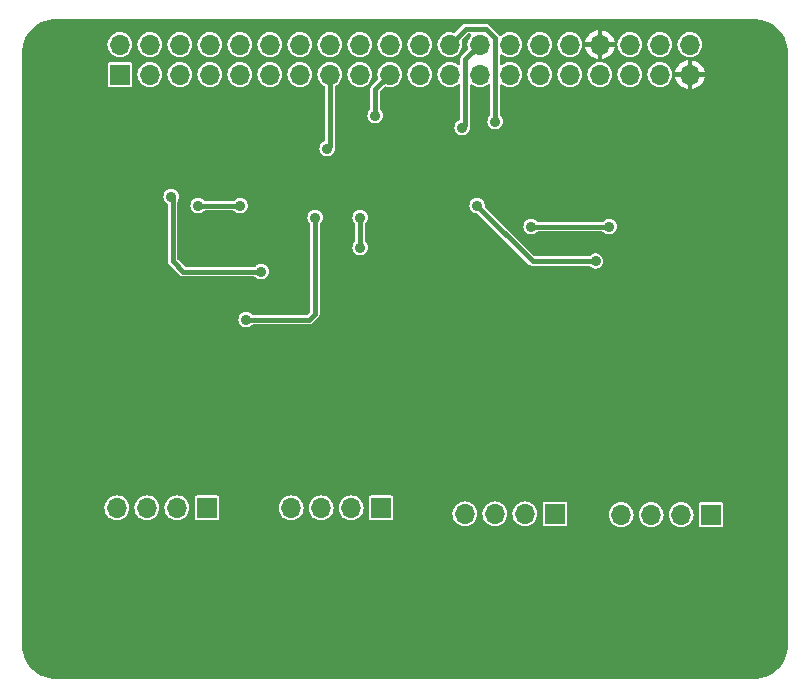
<source format=gbl>
G04 #@! TF.GenerationSoftware,KiCad,Pcbnew,7.0.8*
G04 #@! TF.CreationDate,2023-11-16T17:33:30+00:00*
G04 #@! TF.ProjectId,ActionServer,41637469-6f6e-4536-9572-7665722e6b69,rev?*
G04 #@! TF.SameCoordinates,Original*
G04 #@! TF.FileFunction,Copper,L2,Bot*
G04 #@! TF.FilePolarity,Positive*
%FSLAX46Y46*%
G04 Gerber Fmt 4.6, Leading zero omitted, Abs format (unit mm)*
G04 Created by KiCad (PCBNEW 7.0.8) date 2023-11-16 17:33:30*
%MOMM*%
%LPD*%
G01*
G04 APERTURE LIST*
G04 #@! TA.AperFunction,ComponentPad*
%ADD10R,1.700000X1.700000*%
G04 #@! TD*
G04 #@! TA.AperFunction,ComponentPad*
%ADD11O,1.700000X1.700000*%
G04 #@! TD*
G04 #@! TA.AperFunction,ViaPad*
%ADD12C,0.900000*%
G04 #@! TD*
G04 #@! TA.AperFunction,Conductor*
%ADD13C,0.400000*%
G04 #@! TD*
G04 APERTURE END LIST*
D10*
X115738000Y-85457000D03*
D11*
X113198000Y-85457000D03*
X110658000Y-85457000D03*
X108118000Y-85457000D03*
D10*
X145202000Y-85973000D03*
D11*
X142662000Y-85973000D03*
X140122000Y-85973000D03*
X137582000Y-85973000D03*
D10*
X158420000Y-86030000D03*
D11*
X155880000Y-86030000D03*
X153340000Y-86030000D03*
X150800000Y-86030000D03*
X122860000Y-85457000D03*
X125400000Y-85457000D03*
X127940000Y-85457000D03*
D10*
X130480000Y-85457000D03*
X108370000Y-48770000D03*
D11*
X108370000Y-46230000D03*
X110910000Y-48770000D03*
X110910000Y-46230000D03*
X113450000Y-48770000D03*
X113450000Y-46230000D03*
X115990000Y-48770000D03*
X115990000Y-46230000D03*
X118530000Y-48770000D03*
X118530000Y-46230000D03*
X121070000Y-48770000D03*
X121070000Y-46230000D03*
X123610000Y-48770000D03*
X123610000Y-46230000D03*
X126150000Y-48770000D03*
X126150000Y-46230000D03*
X128690000Y-48770000D03*
X128690000Y-46230000D03*
X131230000Y-48770000D03*
X131230000Y-46230000D03*
X133770000Y-48770000D03*
X133770000Y-46230000D03*
X136310000Y-48770000D03*
X136310000Y-46230000D03*
X138850000Y-48770000D03*
X138850000Y-46230000D03*
X141390000Y-48770000D03*
X141390000Y-46230000D03*
X143930000Y-48770000D03*
X143930000Y-46230000D03*
X146470000Y-48770000D03*
X146470000Y-46230000D03*
X149010000Y-48770000D03*
X149010000Y-46230000D03*
X151550000Y-48770000D03*
X151550000Y-46230000D03*
X154090000Y-48770000D03*
X154090000Y-46230000D03*
X156630000Y-48770000D03*
X156630000Y-46230000D03*
D12*
X111176000Y-67423000D03*
X140386000Y-66472000D03*
X125908000Y-55042000D03*
X129972000Y-52248000D03*
X120320000Y-65456000D03*
X112700000Y-59106000D03*
X124892000Y-60884000D03*
X119050000Y-69520000D03*
X114986000Y-59868000D03*
X118542000Y-59868000D03*
X128702000Y-63424000D03*
X128702000Y-60884000D03*
X140132000Y-52756000D03*
X149784000Y-61646000D03*
X143180000Y-61646000D03*
X137338000Y-53264000D03*
X138608000Y-59868000D03*
X148641000Y-64567000D03*
D13*
X125908000Y-55042000D02*
X126150000Y-54800000D01*
X126150000Y-54800000D02*
X126150000Y-48770000D01*
X129972000Y-50028000D02*
X131230000Y-48770000D01*
X129972000Y-52248000D02*
X129972000Y-50028000D01*
X112827000Y-64567000D02*
X112827000Y-59233000D01*
X112827000Y-59233000D02*
X112700000Y-59106000D01*
X120320000Y-65456000D02*
X113716000Y-65456000D01*
X113716000Y-65456000D02*
X112827000Y-64567000D01*
X124892000Y-64694000D02*
X124892000Y-69012000D01*
X124892000Y-64694000D02*
X124892000Y-60884000D01*
X124892000Y-69012000D02*
X124384000Y-69520000D01*
X124384000Y-69520000D02*
X119050000Y-69520000D01*
X114986000Y-59868000D02*
X118542000Y-59868000D01*
X128702000Y-63424000D02*
X128702000Y-60884000D01*
X139370000Y-44882000D02*
X137658000Y-44882000D01*
X137658000Y-44882000D02*
X136310000Y-46230000D01*
X140132000Y-52756000D02*
X140132000Y-45644000D01*
X140132000Y-45644000D02*
X139370000Y-44882000D01*
X149784000Y-61646000D02*
X143180000Y-61646000D01*
X137592000Y-47488000D02*
X138850000Y-46230000D01*
X137592000Y-53010000D02*
X137592000Y-47488000D01*
X137338000Y-53264000D02*
X137592000Y-53010000D01*
X148641000Y-64567000D02*
X143307000Y-64567000D01*
X143307000Y-64567000D02*
X138608000Y-59868000D01*
G04 #@! TA.AperFunction,Conductor*
G36*
X162001735Y-44050598D02*
G01*
X162156276Y-44059276D01*
X162326771Y-44068851D01*
X162333661Y-44069627D01*
X162606033Y-44115905D01*
X162652887Y-44123866D01*
X162659671Y-44125414D01*
X162970812Y-44215052D01*
X162977376Y-44217349D01*
X163276531Y-44341262D01*
X163282779Y-44344272D01*
X163452594Y-44438125D01*
X163566184Y-44500904D01*
X163572062Y-44504597D01*
X163836148Y-44691977D01*
X163841571Y-44696301D01*
X163980061Y-44820064D01*
X164083012Y-44912067D01*
X164087932Y-44916987D01*
X164155614Y-44992722D01*
X164303696Y-45158426D01*
X164308024Y-45163853D01*
X164495398Y-45427932D01*
X164499095Y-45433815D01*
X164655723Y-45717211D01*
X164658740Y-45723476D01*
X164690785Y-45800840D01*
X164782649Y-46022620D01*
X164784947Y-46029187D01*
X164874585Y-46340328D01*
X164876133Y-46347112D01*
X164930370Y-46666324D01*
X164931149Y-46673238D01*
X164949402Y-46998264D01*
X164949500Y-47001741D01*
X164949500Y-96998258D01*
X164949402Y-97001735D01*
X164931149Y-97326761D01*
X164930370Y-97333675D01*
X164876133Y-97652887D01*
X164874585Y-97659671D01*
X164784947Y-97970812D01*
X164782649Y-97977379D01*
X164658742Y-98276519D01*
X164655723Y-98282788D01*
X164499095Y-98566184D01*
X164495393Y-98572076D01*
X164308029Y-98836140D01*
X164303691Y-98841580D01*
X164087932Y-99083012D01*
X164083012Y-99087932D01*
X163841580Y-99303691D01*
X163836140Y-99308029D01*
X163572076Y-99495393D01*
X163566184Y-99499095D01*
X163282788Y-99655723D01*
X163276519Y-99658742D01*
X162977379Y-99782649D01*
X162970812Y-99784947D01*
X162659671Y-99874585D01*
X162652887Y-99876133D01*
X162333675Y-99930370D01*
X162326761Y-99931149D01*
X162001735Y-99949402D01*
X161998258Y-99949500D01*
X103001742Y-99949500D01*
X102998265Y-99949402D01*
X102673238Y-99931149D01*
X102666324Y-99930370D01*
X102347112Y-99876133D01*
X102340328Y-99874585D01*
X102029187Y-99784947D01*
X102022620Y-99782649D01*
X101832992Y-99704103D01*
X101723476Y-99658740D01*
X101717211Y-99655723D01*
X101433815Y-99499095D01*
X101427932Y-99495398D01*
X101163853Y-99308024D01*
X101158426Y-99303696D01*
X100997618Y-99159989D01*
X100916987Y-99087932D01*
X100912067Y-99083012D01*
X100820064Y-98980061D01*
X100696301Y-98841571D01*
X100691977Y-98836148D01*
X100504597Y-98572062D01*
X100500904Y-98566184D01*
X100401761Y-98386798D01*
X100344272Y-98282779D01*
X100341262Y-98276531D01*
X100217349Y-97977376D01*
X100215052Y-97970812D01*
X100125414Y-97659671D01*
X100123866Y-97652887D01*
X100094127Y-97477858D01*
X100069627Y-97333661D01*
X100068851Y-97326771D01*
X100059276Y-97156276D01*
X100050598Y-97001735D01*
X100050500Y-96998258D01*
X100050500Y-85457000D01*
X107062417Y-85457000D01*
X107082699Y-85662932D01*
X107082700Y-85662934D01*
X107142768Y-85860954D01*
X107240315Y-86043450D01*
X107240317Y-86043452D01*
X107371589Y-86203410D01*
X107468209Y-86282702D01*
X107531550Y-86334685D01*
X107714046Y-86432232D01*
X107912066Y-86492300D01*
X107912065Y-86492300D01*
X107930529Y-86494118D01*
X108118000Y-86512583D01*
X108323934Y-86492300D01*
X108521954Y-86432232D01*
X108704450Y-86334685D01*
X108864410Y-86203410D01*
X108995685Y-86043450D01*
X109093232Y-85860954D01*
X109153300Y-85662934D01*
X109173583Y-85457000D01*
X109602417Y-85457000D01*
X109622699Y-85662932D01*
X109622700Y-85662934D01*
X109682768Y-85860954D01*
X109780315Y-86043450D01*
X109780317Y-86043452D01*
X109911589Y-86203410D01*
X110008209Y-86282702D01*
X110071550Y-86334685D01*
X110254046Y-86432232D01*
X110452066Y-86492300D01*
X110452065Y-86492300D01*
X110470529Y-86494118D01*
X110658000Y-86512583D01*
X110863934Y-86492300D01*
X111061954Y-86432232D01*
X111244450Y-86334685D01*
X111404410Y-86203410D01*
X111535685Y-86043450D01*
X111633232Y-85860954D01*
X111693300Y-85662934D01*
X111713583Y-85457000D01*
X112142417Y-85457000D01*
X112162699Y-85662932D01*
X112162700Y-85662934D01*
X112222768Y-85860954D01*
X112320315Y-86043450D01*
X112320317Y-86043452D01*
X112451589Y-86203410D01*
X112548209Y-86282702D01*
X112611550Y-86334685D01*
X112794046Y-86432232D01*
X112992066Y-86492300D01*
X112992065Y-86492300D01*
X113010529Y-86494118D01*
X113198000Y-86512583D01*
X113403934Y-86492300D01*
X113601954Y-86432232D01*
X113784450Y-86334685D01*
X113794116Y-86326752D01*
X114687500Y-86326752D01*
X114699131Y-86385229D01*
X114699132Y-86385230D01*
X114743447Y-86451552D01*
X114809769Y-86495867D01*
X114809770Y-86495868D01*
X114868247Y-86507499D01*
X114868250Y-86507500D01*
X114868252Y-86507500D01*
X116607750Y-86507500D01*
X116607751Y-86507499D01*
X116622568Y-86504552D01*
X116666229Y-86495868D01*
X116666229Y-86495867D01*
X116666231Y-86495867D01*
X116732552Y-86451552D01*
X116776867Y-86385231D01*
X116776867Y-86385229D01*
X116776868Y-86385229D01*
X116788499Y-86326752D01*
X116788500Y-86326750D01*
X116788500Y-85457000D01*
X121804417Y-85457000D01*
X121824699Y-85662932D01*
X121824700Y-85662934D01*
X121884768Y-85860954D01*
X121982315Y-86043450D01*
X121982317Y-86043452D01*
X122113589Y-86203410D01*
X122210209Y-86282702D01*
X122273550Y-86334685D01*
X122456046Y-86432232D01*
X122654066Y-86492300D01*
X122654065Y-86492300D01*
X122672529Y-86494118D01*
X122860000Y-86512583D01*
X123065934Y-86492300D01*
X123263954Y-86432232D01*
X123446450Y-86334685D01*
X123606410Y-86203410D01*
X123737685Y-86043450D01*
X123835232Y-85860954D01*
X123895300Y-85662934D01*
X123915583Y-85457000D01*
X124344417Y-85457000D01*
X124364699Y-85662932D01*
X124364700Y-85662934D01*
X124424768Y-85860954D01*
X124522315Y-86043450D01*
X124522317Y-86043452D01*
X124653589Y-86203410D01*
X124750209Y-86282702D01*
X124813550Y-86334685D01*
X124996046Y-86432232D01*
X125194066Y-86492300D01*
X125194065Y-86492300D01*
X125212529Y-86494118D01*
X125400000Y-86512583D01*
X125605934Y-86492300D01*
X125803954Y-86432232D01*
X125986450Y-86334685D01*
X126146410Y-86203410D01*
X126277685Y-86043450D01*
X126375232Y-85860954D01*
X126435300Y-85662934D01*
X126455583Y-85457000D01*
X126884417Y-85457000D01*
X126904699Y-85662932D01*
X126904700Y-85662934D01*
X126964768Y-85860954D01*
X127062315Y-86043450D01*
X127062317Y-86043452D01*
X127193589Y-86203410D01*
X127290209Y-86282702D01*
X127353550Y-86334685D01*
X127536046Y-86432232D01*
X127734066Y-86492300D01*
X127734065Y-86492300D01*
X127752529Y-86494118D01*
X127940000Y-86512583D01*
X128145934Y-86492300D01*
X128343954Y-86432232D01*
X128526450Y-86334685D01*
X128536116Y-86326752D01*
X129429500Y-86326752D01*
X129441131Y-86385229D01*
X129441132Y-86385230D01*
X129485447Y-86451552D01*
X129551769Y-86495867D01*
X129551770Y-86495868D01*
X129610247Y-86507499D01*
X129610250Y-86507500D01*
X129610252Y-86507500D01*
X131349750Y-86507500D01*
X131349751Y-86507499D01*
X131364568Y-86504552D01*
X131408229Y-86495868D01*
X131408229Y-86495867D01*
X131408231Y-86495867D01*
X131474552Y-86451552D01*
X131518867Y-86385231D01*
X131518867Y-86385229D01*
X131518868Y-86385229D01*
X131530499Y-86326752D01*
X131530500Y-86326750D01*
X131530500Y-85973000D01*
X136526417Y-85973000D01*
X136546699Y-86178932D01*
X136576734Y-86277944D01*
X136606768Y-86376954D01*
X136704315Y-86559450D01*
X136704317Y-86559452D01*
X136835589Y-86719410D01*
X136905045Y-86776410D01*
X136995550Y-86850685D01*
X137178046Y-86948232D01*
X137376066Y-87008300D01*
X137376065Y-87008300D01*
X137394529Y-87010118D01*
X137582000Y-87028583D01*
X137787934Y-87008300D01*
X137985954Y-86948232D01*
X138168450Y-86850685D01*
X138328410Y-86719410D01*
X138459685Y-86559450D01*
X138557232Y-86376954D01*
X138617300Y-86178934D01*
X138637583Y-85973000D01*
X139066417Y-85973000D01*
X139086699Y-86178932D01*
X139116734Y-86277944D01*
X139146768Y-86376954D01*
X139244315Y-86559450D01*
X139244317Y-86559452D01*
X139375589Y-86719410D01*
X139445045Y-86776410D01*
X139535550Y-86850685D01*
X139718046Y-86948232D01*
X139916066Y-87008300D01*
X139916065Y-87008300D01*
X139934529Y-87010118D01*
X140122000Y-87028583D01*
X140327934Y-87008300D01*
X140525954Y-86948232D01*
X140708450Y-86850685D01*
X140868410Y-86719410D01*
X140999685Y-86559450D01*
X141097232Y-86376954D01*
X141157300Y-86178934D01*
X141177583Y-85973000D01*
X141606417Y-85973000D01*
X141626699Y-86178932D01*
X141656734Y-86277944D01*
X141686768Y-86376954D01*
X141784315Y-86559450D01*
X141784317Y-86559452D01*
X141915589Y-86719410D01*
X141985045Y-86776410D01*
X142075550Y-86850685D01*
X142258046Y-86948232D01*
X142456066Y-87008300D01*
X142456065Y-87008300D01*
X142474529Y-87010118D01*
X142662000Y-87028583D01*
X142867934Y-87008300D01*
X143065954Y-86948232D01*
X143248450Y-86850685D01*
X143258116Y-86842752D01*
X144151500Y-86842752D01*
X144163131Y-86901229D01*
X144163132Y-86901230D01*
X144207447Y-86967552D01*
X144273769Y-87011867D01*
X144273770Y-87011868D01*
X144332247Y-87023499D01*
X144332250Y-87023500D01*
X144332252Y-87023500D01*
X146071750Y-87023500D01*
X146071751Y-87023499D01*
X146086568Y-87020552D01*
X146130229Y-87011868D01*
X146130229Y-87011867D01*
X146130231Y-87011867D01*
X146196552Y-86967552D01*
X146240867Y-86901231D01*
X146240867Y-86901229D01*
X146240868Y-86901229D01*
X146252499Y-86842752D01*
X146252500Y-86842750D01*
X146252500Y-86030000D01*
X149744417Y-86030000D01*
X149764699Y-86235932D01*
X149764700Y-86235934D01*
X149824768Y-86433954D01*
X149922315Y-86616450D01*
X149922317Y-86616452D01*
X150053589Y-86776410D01*
X150134426Y-86842750D01*
X150213550Y-86907685D01*
X150396046Y-87005232D01*
X150594066Y-87065300D01*
X150594065Y-87065300D01*
X150612529Y-87067118D01*
X150800000Y-87085583D01*
X151005934Y-87065300D01*
X151203954Y-87005232D01*
X151386450Y-86907685D01*
X151546410Y-86776410D01*
X151677685Y-86616450D01*
X151775232Y-86433954D01*
X151835300Y-86235934D01*
X151855583Y-86030000D01*
X152284417Y-86030000D01*
X152304699Y-86235932D01*
X152304700Y-86235934D01*
X152364768Y-86433954D01*
X152462315Y-86616450D01*
X152462317Y-86616452D01*
X152593589Y-86776410D01*
X152674426Y-86842750D01*
X152753550Y-86907685D01*
X152936046Y-87005232D01*
X153134066Y-87065300D01*
X153134065Y-87065300D01*
X153152529Y-87067118D01*
X153340000Y-87085583D01*
X153545934Y-87065300D01*
X153743954Y-87005232D01*
X153926450Y-86907685D01*
X154086410Y-86776410D01*
X154217685Y-86616450D01*
X154315232Y-86433954D01*
X154375300Y-86235934D01*
X154395583Y-86030000D01*
X154824417Y-86030000D01*
X154844699Y-86235932D01*
X154844700Y-86235934D01*
X154904768Y-86433954D01*
X155002315Y-86616450D01*
X155002317Y-86616452D01*
X155133589Y-86776410D01*
X155214426Y-86842750D01*
X155293550Y-86907685D01*
X155476046Y-87005232D01*
X155674066Y-87065300D01*
X155674065Y-87065300D01*
X155692529Y-87067118D01*
X155880000Y-87085583D01*
X156085934Y-87065300D01*
X156283954Y-87005232D01*
X156466450Y-86907685D01*
X156476116Y-86899752D01*
X157369500Y-86899752D01*
X157381131Y-86958229D01*
X157381132Y-86958230D01*
X157425447Y-87024552D01*
X157491769Y-87068867D01*
X157491770Y-87068868D01*
X157550247Y-87080499D01*
X157550250Y-87080500D01*
X157550252Y-87080500D01*
X159289750Y-87080500D01*
X159289751Y-87080499D01*
X159304568Y-87077552D01*
X159348229Y-87068868D01*
X159348229Y-87068867D01*
X159348231Y-87068867D01*
X159414552Y-87024552D01*
X159458867Y-86958231D01*
X159458867Y-86958229D01*
X159458868Y-86958229D01*
X159470499Y-86899752D01*
X159470500Y-86899750D01*
X159470500Y-85160249D01*
X159470499Y-85160247D01*
X159458868Y-85101770D01*
X159458867Y-85101769D01*
X159414552Y-85035447D01*
X159348230Y-84991132D01*
X159348229Y-84991131D01*
X159289752Y-84979500D01*
X159289748Y-84979500D01*
X157550252Y-84979500D01*
X157550247Y-84979500D01*
X157491770Y-84991131D01*
X157491769Y-84991132D01*
X157425447Y-85035447D01*
X157381132Y-85101769D01*
X157381131Y-85101770D01*
X157369500Y-85160247D01*
X157369500Y-86899752D01*
X156476116Y-86899752D01*
X156626410Y-86776410D01*
X156757685Y-86616450D01*
X156855232Y-86433954D01*
X156915300Y-86235934D01*
X156935583Y-86030000D01*
X156915300Y-85824066D01*
X156855232Y-85626046D01*
X156757685Y-85443550D01*
X156705702Y-85380209D01*
X156626410Y-85283589D01*
X156476121Y-85160252D01*
X156466450Y-85152315D01*
X156283954Y-85054768D01*
X156085934Y-84994700D01*
X156085932Y-84994699D01*
X156085934Y-84994699D01*
X155880000Y-84974417D01*
X155674067Y-84994699D01*
X155476043Y-85054769D01*
X155365898Y-85113643D01*
X155293550Y-85152315D01*
X155293548Y-85152316D01*
X155293547Y-85152317D01*
X155133589Y-85283589D01*
X155002317Y-85443547D01*
X154904769Y-85626043D01*
X154844699Y-85824067D01*
X154824417Y-86030000D01*
X154395583Y-86030000D01*
X154375300Y-85824066D01*
X154315232Y-85626046D01*
X154217685Y-85443550D01*
X154165702Y-85380209D01*
X154086410Y-85283589D01*
X153936121Y-85160252D01*
X153926450Y-85152315D01*
X153743954Y-85054768D01*
X153545934Y-84994700D01*
X153545932Y-84994699D01*
X153545934Y-84994699D01*
X153340000Y-84974417D01*
X153134067Y-84994699D01*
X152936043Y-85054769D01*
X152825898Y-85113643D01*
X152753550Y-85152315D01*
X152753548Y-85152316D01*
X152753547Y-85152317D01*
X152593589Y-85283589D01*
X152462317Y-85443547D01*
X152364769Y-85626043D01*
X152304699Y-85824067D01*
X152284417Y-86030000D01*
X151855583Y-86030000D01*
X151835300Y-85824066D01*
X151775232Y-85626046D01*
X151677685Y-85443550D01*
X151625702Y-85380209D01*
X151546410Y-85283589D01*
X151396121Y-85160252D01*
X151386450Y-85152315D01*
X151203954Y-85054768D01*
X151005934Y-84994700D01*
X151005932Y-84994699D01*
X151005934Y-84994699D01*
X150800000Y-84974417D01*
X150594067Y-84994699D01*
X150396043Y-85054769D01*
X150285898Y-85113643D01*
X150213550Y-85152315D01*
X150213548Y-85152316D01*
X150213547Y-85152317D01*
X150053589Y-85283589D01*
X149922317Y-85443547D01*
X149824769Y-85626043D01*
X149764699Y-85824067D01*
X149744417Y-86030000D01*
X146252500Y-86030000D01*
X146252500Y-85103249D01*
X146252499Y-85103247D01*
X146240868Y-85044770D01*
X146240867Y-85044769D01*
X146196552Y-84978447D01*
X146130230Y-84934132D01*
X146130229Y-84934131D01*
X146071752Y-84922500D01*
X146071748Y-84922500D01*
X144332252Y-84922500D01*
X144332247Y-84922500D01*
X144273770Y-84934131D01*
X144273769Y-84934132D01*
X144207447Y-84978447D01*
X144163132Y-85044769D01*
X144163131Y-85044770D01*
X144151500Y-85103247D01*
X144151500Y-86842752D01*
X143258116Y-86842752D01*
X143408410Y-86719410D01*
X143539685Y-86559450D01*
X143637232Y-86376954D01*
X143697300Y-86178934D01*
X143717583Y-85973000D01*
X143697300Y-85767066D01*
X143637232Y-85569046D01*
X143539685Y-85386550D01*
X143487702Y-85323209D01*
X143408410Y-85226589D01*
X143258121Y-85103252D01*
X143248450Y-85095315D01*
X143065954Y-84997768D01*
X142867934Y-84937700D01*
X142867932Y-84937699D01*
X142867934Y-84937699D01*
X142662000Y-84917417D01*
X142456067Y-84937699D01*
X142258043Y-84997769D01*
X142187554Y-85035447D01*
X142075550Y-85095315D01*
X142075548Y-85095316D01*
X142075547Y-85095317D01*
X141915589Y-85226589D01*
X141784317Y-85386547D01*
X141686769Y-85569043D01*
X141626699Y-85767067D01*
X141606417Y-85973000D01*
X141177583Y-85973000D01*
X141157300Y-85767066D01*
X141097232Y-85569046D01*
X140999685Y-85386550D01*
X140947702Y-85323209D01*
X140868410Y-85226589D01*
X140718121Y-85103252D01*
X140708450Y-85095315D01*
X140525954Y-84997768D01*
X140327934Y-84937700D01*
X140327932Y-84937699D01*
X140327934Y-84937699D01*
X140122000Y-84917417D01*
X139916067Y-84937699D01*
X139718043Y-84997769D01*
X139647554Y-85035447D01*
X139535550Y-85095315D01*
X139535548Y-85095316D01*
X139535547Y-85095317D01*
X139375589Y-85226589D01*
X139244317Y-85386547D01*
X139146769Y-85569043D01*
X139086699Y-85767067D01*
X139066417Y-85973000D01*
X138637583Y-85973000D01*
X138617300Y-85767066D01*
X138557232Y-85569046D01*
X138459685Y-85386550D01*
X138407702Y-85323209D01*
X138328410Y-85226589D01*
X138178121Y-85103252D01*
X138168450Y-85095315D01*
X137985954Y-84997768D01*
X137787934Y-84937700D01*
X137787932Y-84937699D01*
X137787934Y-84937699D01*
X137582000Y-84917417D01*
X137376067Y-84937699D01*
X137178043Y-84997769D01*
X137107554Y-85035447D01*
X136995550Y-85095315D01*
X136995548Y-85095316D01*
X136995547Y-85095317D01*
X136835589Y-85226589D01*
X136704317Y-85386547D01*
X136606769Y-85569043D01*
X136546699Y-85767067D01*
X136526417Y-85973000D01*
X131530500Y-85973000D01*
X131530500Y-84587249D01*
X131530499Y-84587247D01*
X131518868Y-84528770D01*
X131518867Y-84528769D01*
X131474552Y-84462447D01*
X131408230Y-84418132D01*
X131408229Y-84418131D01*
X131349752Y-84406500D01*
X131349748Y-84406500D01*
X129610252Y-84406500D01*
X129610247Y-84406500D01*
X129551770Y-84418131D01*
X129551769Y-84418132D01*
X129485447Y-84462447D01*
X129441132Y-84528769D01*
X129441131Y-84528770D01*
X129429500Y-84587247D01*
X129429500Y-86326752D01*
X128536116Y-86326752D01*
X128686410Y-86203410D01*
X128817685Y-86043450D01*
X128915232Y-85860954D01*
X128975300Y-85662934D01*
X128995583Y-85457000D01*
X128975300Y-85251066D01*
X128915232Y-85053046D01*
X128817685Y-84870550D01*
X128765702Y-84807209D01*
X128686410Y-84710589D01*
X128536121Y-84587252D01*
X128526450Y-84579315D01*
X128343954Y-84481768D01*
X128145934Y-84421700D01*
X128145932Y-84421699D01*
X128145934Y-84421699D01*
X127940000Y-84401417D01*
X127734067Y-84421699D01*
X127536043Y-84481769D01*
X127448114Y-84528769D01*
X127353550Y-84579315D01*
X127353548Y-84579316D01*
X127353547Y-84579317D01*
X127193589Y-84710589D01*
X127062317Y-84870547D01*
X126964769Y-85053043D01*
X126904699Y-85251067D01*
X126884417Y-85457000D01*
X126455583Y-85457000D01*
X126435300Y-85251066D01*
X126375232Y-85053046D01*
X126277685Y-84870550D01*
X126225702Y-84807209D01*
X126146410Y-84710589D01*
X125996121Y-84587252D01*
X125986450Y-84579315D01*
X125803954Y-84481768D01*
X125605934Y-84421700D01*
X125605932Y-84421699D01*
X125605934Y-84421699D01*
X125400000Y-84401417D01*
X125194067Y-84421699D01*
X124996043Y-84481769D01*
X124908114Y-84528769D01*
X124813550Y-84579315D01*
X124813548Y-84579316D01*
X124813547Y-84579317D01*
X124653589Y-84710589D01*
X124522317Y-84870547D01*
X124424769Y-85053043D01*
X124364699Y-85251067D01*
X124344417Y-85457000D01*
X123915583Y-85457000D01*
X123895300Y-85251066D01*
X123835232Y-85053046D01*
X123737685Y-84870550D01*
X123685702Y-84807209D01*
X123606410Y-84710589D01*
X123456121Y-84587252D01*
X123446450Y-84579315D01*
X123263954Y-84481768D01*
X123065934Y-84421700D01*
X123065932Y-84421699D01*
X123065934Y-84421699D01*
X122860000Y-84401417D01*
X122654067Y-84421699D01*
X122456043Y-84481769D01*
X122368114Y-84528769D01*
X122273550Y-84579315D01*
X122273548Y-84579316D01*
X122273547Y-84579317D01*
X122113589Y-84710589D01*
X121982317Y-84870547D01*
X121884769Y-85053043D01*
X121824699Y-85251067D01*
X121804417Y-85457000D01*
X116788500Y-85457000D01*
X116788500Y-84587249D01*
X116788499Y-84587247D01*
X116776868Y-84528770D01*
X116776867Y-84528769D01*
X116732552Y-84462447D01*
X116666230Y-84418132D01*
X116666229Y-84418131D01*
X116607752Y-84406500D01*
X116607748Y-84406500D01*
X114868252Y-84406500D01*
X114868247Y-84406500D01*
X114809770Y-84418131D01*
X114809769Y-84418132D01*
X114743447Y-84462447D01*
X114699132Y-84528769D01*
X114699131Y-84528770D01*
X114687500Y-84587247D01*
X114687500Y-86326752D01*
X113794116Y-86326752D01*
X113944410Y-86203410D01*
X114075685Y-86043450D01*
X114173232Y-85860954D01*
X114233300Y-85662934D01*
X114253583Y-85457000D01*
X114233300Y-85251066D01*
X114173232Y-85053046D01*
X114075685Y-84870550D01*
X114023702Y-84807209D01*
X113944410Y-84710589D01*
X113794121Y-84587252D01*
X113784450Y-84579315D01*
X113601954Y-84481768D01*
X113403934Y-84421700D01*
X113403932Y-84421699D01*
X113403934Y-84421699D01*
X113198000Y-84401417D01*
X112992067Y-84421699D01*
X112794043Y-84481769D01*
X112706114Y-84528769D01*
X112611550Y-84579315D01*
X112611548Y-84579316D01*
X112611547Y-84579317D01*
X112451589Y-84710589D01*
X112320317Y-84870547D01*
X112222769Y-85053043D01*
X112162699Y-85251067D01*
X112142417Y-85457000D01*
X111713583Y-85457000D01*
X111693300Y-85251066D01*
X111633232Y-85053046D01*
X111535685Y-84870550D01*
X111483702Y-84807209D01*
X111404410Y-84710589D01*
X111254121Y-84587252D01*
X111244450Y-84579315D01*
X111061954Y-84481768D01*
X110863934Y-84421700D01*
X110863932Y-84421699D01*
X110863934Y-84421699D01*
X110658000Y-84401417D01*
X110452067Y-84421699D01*
X110254043Y-84481769D01*
X110166114Y-84528769D01*
X110071550Y-84579315D01*
X110071548Y-84579316D01*
X110071547Y-84579317D01*
X109911589Y-84710589D01*
X109780317Y-84870547D01*
X109682769Y-85053043D01*
X109622699Y-85251067D01*
X109602417Y-85457000D01*
X109173583Y-85457000D01*
X109153300Y-85251066D01*
X109093232Y-85053046D01*
X108995685Y-84870550D01*
X108943702Y-84807209D01*
X108864410Y-84710589D01*
X108714121Y-84587252D01*
X108704450Y-84579315D01*
X108521954Y-84481768D01*
X108323934Y-84421700D01*
X108323932Y-84421699D01*
X108323934Y-84421699D01*
X108118000Y-84401417D01*
X107912067Y-84421699D01*
X107714043Y-84481769D01*
X107626114Y-84528769D01*
X107531550Y-84579315D01*
X107531548Y-84579316D01*
X107531547Y-84579317D01*
X107371589Y-84710589D01*
X107240317Y-84870547D01*
X107142769Y-85053043D01*
X107082699Y-85251067D01*
X107062417Y-85457000D01*
X100050500Y-85457000D01*
X100050500Y-69520000D01*
X118394722Y-69520000D01*
X118413762Y-69676818D01*
X118469780Y-69824523D01*
X118559517Y-69954530D01*
X118677760Y-70059283D01*
X118677762Y-70059284D01*
X118817634Y-70132696D01*
X118971014Y-70170500D01*
X118971015Y-70170500D01*
X119128985Y-70170500D01*
X119282365Y-70132696D01*
X119422240Y-70059283D01*
X119540483Y-69954530D01*
X119540483Y-69954528D01*
X119543695Y-69951684D01*
X119606929Y-69921963D01*
X119625922Y-69920500D01*
X124447431Y-69920500D01*
X124447433Y-69920500D01*
X124468501Y-69913654D01*
X124487417Y-69909112D01*
X124509304Y-69905646D01*
X124529044Y-69895586D01*
X124547011Y-69888144D01*
X124568090Y-69881296D01*
X124586026Y-69868263D01*
X124602588Y-69858114D01*
X124622342Y-69848050D01*
X124637834Y-69832557D01*
X124637841Y-69832552D01*
X124645870Y-69824523D01*
X125197483Y-69272909D01*
X125220050Y-69250342D01*
X125230109Y-69230597D01*
X125240271Y-69214014D01*
X125253296Y-69196090D01*
X125260141Y-69175022D01*
X125267586Y-69157045D01*
X125277646Y-69137304D01*
X125281112Y-69115415D01*
X125285652Y-69096501D01*
X125292499Y-69075433D01*
X125292499Y-69046076D01*
X125292500Y-69046051D01*
X125292500Y-63424000D01*
X128046722Y-63424000D01*
X128065762Y-63580818D01*
X128121780Y-63728523D01*
X128211517Y-63858530D01*
X128329760Y-63963283D01*
X128329762Y-63963284D01*
X128469634Y-64036696D01*
X128623014Y-64074500D01*
X128623015Y-64074500D01*
X128780985Y-64074500D01*
X128934365Y-64036696D01*
X128951477Y-64027715D01*
X129074240Y-63963283D01*
X129192483Y-63858530D01*
X129282220Y-63728523D01*
X129338237Y-63580818D01*
X129357278Y-63424000D01*
X129338237Y-63267182D01*
X129282220Y-63119477D01*
X129192483Y-62989470D01*
X129192480Y-62989467D01*
X129192478Y-62989465D01*
X129144273Y-62946759D01*
X129107146Y-62887570D01*
X129102500Y-62853944D01*
X129102500Y-61454055D01*
X129122185Y-61387016D01*
X129144274Y-61361239D01*
X129192482Y-61318531D01*
X129192483Y-61318530D01*
X129282220Y-61188523D01*
X129338237Y-61040818D01*
X129357278Y-60884000D01*
X129338237Y-60727182D01*
X129282220Y-60579477D01*
X129192483Y-60449470D01*
X129074240Y-60344717D01*
X129074238Y-60344716D01*
X129074237Y-60344715D01*
X128934365Y-60271303D01*
X128780986Y-60233500D01*
X128780985Y-60233500D01*
X128623015Y-60233500D01*
X128623014Y-60233500D01*
X128469634Y-60271303D01*
X128329762Y-60344715D01*
X128211516Y-60449471D01*
X128121781Y-60579475D01*
X128121780Y-60579476D01*
X128065762Y-60727181D01*
X128046722Y-60883999D01*
X128046722Y-60884000D01*
X128065762Y-61040818D01*
X128121780Y-61188523D01*
X128121781Y-61188524D01*
X128211517Y-61318531D01*
X128259726Y-61361239D01*
X128296853Y-61420428D01*
X128301500Y-61454055D01*
X128301500Y-62853944D01*
X128281815Y-62920983D01*
X128259727Y-62946759D01*
X128211521Y-62989465D01*
X128211515Y-62989472D01*
X128121781Y-63119475D01*
X128121780Y-63119476D01*
X128065762Y-63267181D01*
X128046722Y-63423999D01*
X128046722Y-63424000D01*
X125292500Y-63424000D01*
X125292500Y-61454055D01*
X125312185Y-61387016D01*
X125334274Y-61361239D01*
X125382482Y-61318531D01*
X125382483Y-61318530D01*
X125472220Y-61188523D01*
X125528237Y-61040818D01*
X125547278Y-60884000D01*
X125528237Y-60727182D01*
X125472220Y-60579477D01*
X125382483Y-60449470D01*
X125264240Y-60344717D01*
X125264238Y-60344716D01*
X125264237Y-60344715D01*
X125124365Y-60271303D01*
X124970986Y-60233500D01*
X124970985Y-60233500D01*
X124813015Y-60233500D01*
X124813014Y-60233500D01*
X124659634Y-60271303D01*
X124519762Y-60344715D01*
X124401516Y-60449471D01*
X124311781Y-60579475D01*
X124311780Y-60579476D01*
X124255762Y-60727181D01*
X124236722Y-60883999D01*
X124236722Y-60884000D01*
X124255762Y-61040818D01*
X124311780Y-61188523D01*
X124311781Y-61188524D01*
X124401517Y-61318531D01*
X124449726Y-61361239D01*
X124486853Y-61420428D01*
X124491500Y-61454055D01*
X124491500Y-68794745D01*
X124471815Y-68861784D01*
X124455181Y-68882426D01*
X124254426Y-69083181D01*
X124193103Y-69116666D01*
X124166745Y-69119500D01*
X119625922Y-69119500D01*
X119558883Y-69099815D01*
X119543695Y-69088316D01*
X119540483Y-69085471D01*
X119540483Y-69085470D01*
X119422240Y-68980717D01*
X119422238Y-68980716D01*
X119422237Y-68980715D01*
X119282365Y-68907303D01*
X119128986Y-68869500D01*
X119128985Y-68869500D01*
X118971015Y-68869500D01*
X118971014Y-68869500D01*
X118817634Y-68907303D01*
X118677762Y-68980715D01*
X118559516Y-69085471D01*
X118469781Y-69215475D01*
X118469780Y-69215476D01*
X118413762Y-69363181D01*
X118394722Y-69519999D01*
X118394722Y-69520000D01*
X100050500Y-69520000D01*
X100050500Y-59106000D01*
X112044722Y-59106000D01*
X112063762Y-59262818D01*
X112088754Y-59328715D01*
X112119780Y-59410523D01*
X112209517Y-59540530D01*
X112327760Y-59645283D01*
X112360126Y-59662270D01*
X112410338Y-59710853D01*
X112426500Y-59772066D01*
X112426500Y-64630429D01*
X112426501Y-64630439D01*
X112433346Y-64651507D01*
X112437887Y-64670418D01*
X112441354Y-64692304D01*
X112441355Y-64692307D01*
X112451412Y-64712045D01*
X112458857Y-64730018D01*
X112465704Y-64751090D01*
X112478726Y-64769014D01*
X112488890Y-64785600D01*
X112498950Y-64805342D01*
X112519864Y-64826256D01*
X112519893Y-64826287D01*
X113456986Y-65763380D01*
X113457006Y-65763398D01*
X113477658Y-65784050D01*
X113497398Y-65794108D01*
X113513987Y-65804274D01*
X113531909Y-65817295D01*
X113531910Y-65817295D01*
X113531911Y-65817296D01*
X113552980Y-65824142D01*
X113570949Y-65831584D01*
X113590696Y-65841646D01*
X113612582Y-65845112D01*
X113631497Y-65849653D01*
X113652567Y-65856500D01*
X113684481Y-65856500D01*
X119744078Y-65856500D01*
X119811117Y-65876185D01*
X119826305Y-65887684D01*
X119829516Y-65890528D01*
X119829517Y-65890530D01*
X119947760Y-65995283D01*
X119947762Y-65995284D01*
X120087634Y-66068696D01*
X120241014Y-66106500D01*
X120241015Y-66106500D01*
X120398985Y-66106500D01*
X120552365Y-66068696D01*
X120692240Y-65995283D01*
X120810483Y-65890530D01*
X120900220Y-65760523D01*
X120956237Y-65612818D01*
X120975278Y-65456000D01*
X120956237Y-65299182D01*
X120900220Y-65151477D01*
X120810483Y-65021470D01*
X120692240Y-64916717D01*
X120692238Y-64916716D01*
X120692237Y-64916715D01*
X120552365Y-64843303D01*
X120398986Y-64805500D01*
X120398985Y-64805500D01*
X120241015Y-64805500D01*
X120241014Y-64805500D01*
X120087634Y-64843303D01*
X119947762Y-64916715D01*
X119923557Y-64938159D01*
X119855238Y-64998684D01*
X119826305Y-65024316D01*
X119763071Y-65054037D01*
X119744078Y-65055500D01*
X113933255Y-65055500D01*
X113866216Y-65035815D01*
X113845574Y-65019181D01*
X113263819Y-64437426D01*
X113230334Y-64376103D01*
X113227500Y-64349745D01*
X113227500Y-59868000D01*
X114330722Y-59868000D01*
X114349762Y-60024818D01*
X114405780Y-60172523D01*
X114495517Y-60302530D01*
X114613760Y-60407283D01*
X114613762Y-60407284D01*
X114753634Y-60480696D01*
X114907014Y-60518500D01*
X114907015Y-60518500D01*
X115064985Y-60518500D01*
X115218365Y-60480696D01*
X115358240Y-60407283D01*
X115476483Y-60302530D01*
X115476483Y-60302528D01*
X115479695Y-60299684D01*
X115542929Y-60269963D01*
X115561922Y-60268500D01*
X117966078Y-60268500D01*
X118033117Y-60288185D01*
X118048305Y-60299684D01*
X118051516Y-60302528D01*
X118051517Y-60302530D01*
X118169760Y-60407283D01*
X118169762Y-60407284D01*
X118309634Y-60480696D01*
X118463014Y-60518500D01*
X118463015Y-60518500D01*
X118620985Y-60518500D01*
X118774365Y-60480696D01*
X118914240Y-60407283D01*
X119032483Y-60302530D01*
X119122220Y-60172523D01*
X119178237Y-60024818D01*
X119197278Y-59868000D01*
X137952722Y-59868000D01*
X137971762Y-60024818D01*
X138027780Y-60172523D01*
X138117517Y-60302530D01*
X138235760Y-60407283D01*
X138235762Y-60407284D01*
X138375634Y-60480696D01*
X138529014Y-60518500D01*
X138640745Y-60518500D01*
X138707784Y-60538185D01*
X138728426Y-60554819D01*
X143048225Y-64874619D01*
X143048247Y-64874639D01*
X143068658Y-64895050D01*
X143088389Y-64905103D01*
X143104976Y-64915266D01*
X143122911Y-64928297D01*
X143143985Y-64935144D01*
X143161953Y-64942586D01*
X143181696Y-64952646D01*
X143203582Y-64956112D01*
X143222489Y-64960651D01*
X143243567Y-64967500D01*
X143275481Y-64967500D01*
X148065078Y-64967500D01*
X148132117Y-64987185D01*
X148147305Y-64998684D01*
X148150516Y-65001528D01*
X148150517Y-65001530D01*
X148268760Y-65106283D01*
X148268762Y-65106284D01*
X148408634Y-65179696D01*
X148562014Y-65217500D01*
X148562015Y-65217500D01*
X148719985Y-65217500D01*
X148873365Y-65179696D01*
X148927135Y-65151475D01*
X149013240Y-65106283D01*
X149131483Y-65001530D01*
X149221220Y-64871523D01*
X149277237Y-64723818D01*
X149296278Y-64567000D01*
X149277237Y-64410182D01*
X149273795Y-64401107D01*
X149254316Y-64349745D01*
X149221220Y-64262477D01*
X149131483Y-64132470D01*
X149013240Y-64027717D01*
X149013238Y-64027716D01*
X149013237Y-64027715D01*
X148873365Y-63954303D01*
X148719986Y-63916500D01*
X148719985Y-63916500D01*
X148562015Y-63916500D01*
X148562014Y-63916500D01*
X148408634Y-63954303D01*
X148268762Y-64027715D01*
X148147305Y-64135316D01*
X148084071Y-64165037D01*
X148065078Y-64166500D01*
X143524255Y-64166500D01*
X143457216Y-64146815D01*
X143436574Y-64130181D01*
X140952393Y-61646000D01*
X142524722Y-61646000D01*
X142543762Y-61802818D01*
X142599780Y-61950523D01*
X142689517Y-62080530D01*
X142807760Y-62185283D01*
X142807762Y-62185284D01*
X142947634Y-62258696D01*
X143101014Y-62296500D01*
X143101015Y-62296500D01*
X143258985Y-62296500D01*
X143412365Y-62258696D01*
X143552240Y-62185283D01*
X143670483Y-62080530D01*
X143670483Y-62080528D01*
X143673695Y-62077684D01*
X143736929Y-62047963D01*
X143755922Y-62046500D01*
X149208078Y-62046500D01*
X149275117Y-62066185D01*
X149290305Y-62077684D01*
X149293516Y-62080528D01*
X149293517Y-62080530D01*
X149411760Y-62185283D01*
X149411762Y-62185284D01*
X149551634Y-62258696D01*
X149705014Y-62296500D01*
X149705015Y-62296500D01*
X149862985Y-62296500D01*
X150016365Y-62258696D01*
X150156240Y-62185283D01*
X150274483Y-62080530D01*
X150364220Y-61950523D01*
X150420237Y-61802818D01*
X150439278Y-61646000D01*
X150420237Y-61489182D01*
X150364220Y-61341477D01*
X150274483Y-61211470D01*
X150156240Y-61106717D01*
X150156238Y-61106716D01*
X150156237Y-61106715D01*
X150016365Y-61033303D01*
X149862986Y-60995500D01*
X149862985Y-60995500D01*
X149705015Y-60995500D01*
X149705014Y-60995500D01*
X149551634Y-61033303D01*
X149411762Y-61106715D01*
X149290305Y-61214316D01*
X149227071Y-61244037D01*
X149208078Y-61245500D01*
X143755922Y-61245500D01*
X143688883Y-61225815D01*
X143673695Y-61214316D01*
X143670483Y-61211471D01*
X143670483Y-61211470D01*
X143552240Y-61106717D01*
X143552238Y-61106716D01*
X143552237Y-61106715D01*
X143412365Y-61033303D01*
X143258986Y-60995500D01*
X143258985Y-60995500D01*
X143101015Y-60995500D01*
X143101014Y-60995500D01*
X142947634Y-61033303D01*
X142807762Y-61106715D01*
X142689516Y-61211471D01*
X142599781Y-61341475D01*
X142599780Y-61341476D01*
X142543762Y-61489181D01*
X142524722Y-61645999D01*
X142524722Y-61646000D01*
X140952393Y-61646000D01*
X139296346Y-59989953D01*
X139262861Y-59928630D01*
X139260931Y-59887327D01*
X139263278Y-59868000D01*
X139244237Y-59711182D01*
X139244112Y-59710853D01*
X139219245Y-59645283D01*
X139188220Y-59563477D01*
X139098483Y-59433470D01*
X138980240Y-59328717D01*
X138980238Y-59328716D01*
X138980237Y-59328715D01*
X138840365Y-59255303D01*
X138686986Y-59217500D01*
X138686985Y-59217500D01*
X138529015Y-59217500D01*
X138529014Y-59217500D01*
X138375634Y-59255303D01*
X138235762Y-59328715D01*
X138117516Y-59433471D01*
X138027781Y-59563475D01*
X138027780Y-59563476D01*
X137971762Y-59711181D01*
X137952722Y-59867999D01*
X137952722Y-59868000D01*
X119197278Y-59868000D01*
X119178237Y-59711182D01*
X119178112Y-59710853D01*
X119153245Y-59645283D01*
X119122220Y-59563477D01*
X119032483Y-59433470D01*
X118914240Y-59328717D01*
X118914238Y-59328716D01*
X118914237Y-59328715D01*
X118774365Y-59255303D01*
X118620986Y-59217500D01*
X118620985Y-59217500D01*
X118463015Y-59217500D01*
X118463014Y-59217500D01*
X118309634Y-59255303D01*
X118169762Y-59328715D01*
X118048305Y-59436316D01*
X117985071Y-59466037D01*
X117966078Y-59467500D01*
X115561922Y-59467500D01*
X115494883Y-59447815D01*
X115479695Y-59436316D01*
X115476483Y-59433471D01*
X115476483Y-59433470D01*
X115358240Y-59328717D01*
X115358238Y-59328716D01*
X115358237Y-59328715D01*
X115218365Y-59255303D01*
X115064986Y-59217500D01*
X115064985Y-59217500D01*
X114907015Y-59217500D01*
X114907014Y-59217500D01*
X114753634Y-59255303D01*
X114613762Y-59328715D01*
X114495516Y-59433471D01*
X114405781Y-59563475D01*
X114405780Y-59563476D01*
X114349762Y-59711181D01*
X114330722Y-59867999D01*
X114330722Y-59868000D01*
X113227500Y-59868000D01*
X113227500Y-59525541D01*
X113247185Y-59458502D01*
X113249450Y-59455101D01*
X113262416Y-59436316D01*
X113280220Y-59410523D01*
X113336237Y-59262818D01*
X113355278Y-59106000D01*
X113336237Y-58949182D01*
X113280220Y-58801477D01*
X113190483Y-58671470D01*
X113072240Y-58566717D01*
X113072238Y-58566716D01*
X113072237Y-58566715D01*
X112932365Y-58493303D01*
X112778986Y-58455500D01*
X112778985Y-58455500D01*
X112621015Y-58455500D01*
X112621014Y-58455500D01*
X112467634Y-58493303D01*
X112327762Y-58566715D01*
X112209516Y-58671471D01*
X112119781Y-58801475D01*
X112119780Y-58801476D01*
X112063762Y-58949181D01*
X112044722Y-59105999D01*
X112044722Y-59106000D01*
X100050500Y-59106000D01*
X100050500Y-49639752D01*
X107319500Y-49639752D01*
X107331131Y-49698229D01*
X107331132Y-49698230D01*
X107375447Y-49764552D01*
X107441769Y-49808867D01*
X107441770Y-49808868D01*
X107500247Y-49820499D01*
X107500250Y-49820500D01*
X107500252Y-49820500D01*
X109239750Y-49820500D01*
X109239751Y-49820499D01*
X109254568Y-49817552D01*
X109298229Y-49808868D01*
X109298229Y-49808867D01*
X109298231Y-49808867D01*
X109364552Y-49764552D01*
X109408867Y-49698231D01*
X109408867Y-49698229D01*
X109408868Y-49698229D01*
X109420499Y-49639752D01*
X109420500Y-49639750D01*
X109420500Y-48770000D01*
X109854417Y-48770000D01*
X109874699Y-48975932D01*
X109874700Y-48975934D01*
X109934768Y-49173954D01*
X110032315Y-49356450D01*
X110065911Y-49397387D01*
X110163589Y-49516410D01*
X110212251Y-49556345D01*
X110323550Y-49647685D01*
X110506046Y-49745232D01*
X110704066Y-49805300D01*
X110704065Y-49805300D01*
X110722529Y-49807118D01*
X110910000Y-49825583D01*
X111115934Y-49805300D01*
X111313954Y-49745232D01*
X111496450Y-49647685D01*
X111656410Y-49516410D01*
X111787685Y-49356450D01*
X111885232Y-49173954D01*
X111945300Y-48975934D01*
X111965583Y-48770000D01*
X112394417Y-48770000D01*
X112414699Y-48975932D01*
X112414700Y-48975934D01*
X112474768Y-49173954D01*
X112572315Y-49356450D01*
X112605911Y-49397387D01*
X112703589Y-49516410D01*
X112752251Y-49556345D01*
X112863550Y-49647685D01*
X113046046Y-49745232D01*
X113244066Y-49805300D01*
X113244065Y-49805300D01*
X113262529Y-49807118D01*
X113450000Y-49825583D01*
X113655934Y-49805300D01*
X113853954Y-49745232D01*
X114036450Y-49647685D01*
X114196410Y-49516410D01*
X114327685Y-49356450D01*
X114425232Y-49173954D01*
X114485300Y-48975934D01*
X114505583Y-48770000D01*
X114934417Y-48770000D01*
X114954699Y-48975932D01*
X114954700Y-48975934D01*
X115014768Y-49173954D01*
X115112315Y-49356450D01*
X115145911Y-49397387D01*
X115243589Y-49516410D01*
X115292251Y-49556345D01*
X115403550Y-49647685D01*
X115586046Y-49745232D01*
X115784066Y-49805300D01*
X115784065Y-49805300D01*
X115802529Y-49807118D01*
X115990000Y-49825583D01*
X116195934Y-49805300D01*
X116393954Y-49745232D01*
X116576450Y-49647685D01*
X116736410Y-49516410D01*
X116867685Y-49356450D01*
X116965232Y-49173954D01*
X117025300Y-48975934D01*
X117045583Y-48770000D01*
X117474417Y-48770000D01*
X117494699Y-48975932D01*
X117494700Y-48975934D01*
X117554768Y-49173954D01*
X117652315Y-49356450D01*
X117685911Y-49397387D01*
X117783589Y-49516410D01*
X117832251Y-49556345D01*
X117943550Y-49647685D01*
X118126046Y-49745232D01*
X118324066Y-49805300D01*
X118324065Y-49805300D01*
X118342529Y-49807118D01*
X118530000Y-49825583D01*
X118735934Y-49805300D01*
X118933954Y-49745232D01*
X119116450Y-49647685D01*
X119276410Y-49516410D01*
X119407685Y-49356450D01*
X119505232Y-49173954D01*
X119565300Y-48975934D01*
X119585583Y-48770000D01*
X120014417Y-48770000D01*
X120034699Y-48975932D01*
X120034700Y-48975934D01*
X120094768Y-49173954D01*
X120192315Y-49356450D01*
X120225911Y-49397387D01*
X120323589Y-49516410D01*
X120372251Y-49556345D01*
X120483550Y-49647685D01*
X120666046Y-49745232D01*
X120864066Y-49805300D01*
X120864065Y-49805300D01*
X120882529Y-49807118D01*
X121070000Y-49825583D01*
X121275934Y-49805300D01*
X121473954Y-49745232D01*
X121656450Y-49647685D01*
X121816410Y-49516410D01*
X121947685Y-49356450D01*
X122045232Y-49173954D01*
X122105300Y-48975934D01*
X122125583Y-48770000D01*
X122554417Y-48770000D01*
X122574699Y-48975932D01*
X122574700Y-48975934D01*
X122634768Y-49173954D01*
X122732315Y-49356450D01*
X122765911Y-49397387D01*
X122863589Y-49516410D01*
X122912251Y-49556345D01*
X123023550Y-49647685D01*
X123206046Y-49745232D01*
X123404066Y-49805300D01*
X123404065Y-49805300D01*
X123422529Y-49807118D01*
X123610000Y-49825583D01*
X123815934Y-49805300D01*
X124013954Y-49745232D01*
X124196450Y-49647685D01*
X124356410Y-49516410D01*
X124487685Y-49356450D01*
X124585232Y-49173954D01*
X124645300Y-48975934D01*
X124665583Y-48770000D01*
X125094417Y-48770000D01*
X125114699Y-48975932D01*
X125114700Y-48975934D01*
X125174768Y-49173954D01*
X125272315Y-49356450D01*
X125305911Y-49397387D01*
X125403589Y-49516410D01*
X125563548Y-49647684D01*
X125563550Y-49647685D01*
X125683953Y-49712042D01*
X125733798Y-49761004D01*
X125749500Y-49821400D01*
X125749500Y-54315699D01*
X125729815Y-54382738D01*
X125681595Y-54424520D01*
X125682276Y-54425818D01*
X125535762Y-54502715D01*
X125417516Y-54607471D01*
X125327781Y-54737475D01*
X125327780Y-54737476D01*
X125271762Y-54885181D01*
X125252722Y-55041999D01*
X125252722Y-55042000D01*
X125271762Y-55198818D01*
X125327780Y-55346523D01*
X125417517Y-55476530D01*
X125535760Y-55581283D01*
X125535762Y-55581284D01*
X125675634Y-55654696D01*
X125829014Y-55692500D01*
X125829015Y-55692500D01*
X125986985Y-55692500D01*
X126140365Y-55654696D01*
X126280240Y-55581283D01*
X126398483Y-55476530D01*
X126488220Y-55346523D01*
X126544237Y-55198818D01*
X126563278Y-55042000D01*
X126547321Y-54910582D01*
X126550930Y-54873379D01*
X126548973Y-54873069D01*
X126550500Y-54863430D01*
X126550500Y-52248000D01*
X129316722Y-52248000D01*
X129335762Y-52404818D01*
X129353458Y-52451477D01*
X129391780Y-52552523D01*
X129481517Y-52682530D01*
X129599760Y-52787283D01*
X129599762Y-52787284D01*
X129739634Y-52860696D01*
X129893014Y-52898500D01*
X129893015Y-52898500D01*
X130050985Y-52898500D01*
X130204365Y-52860696D01*
X130344240Y-52787283D01*
X130462483Y-52682530D01*
X130552220Y-52552523D01*
X130608237Y-52404818D01*
X130627278Y-52248000D01*
X130608237Y-52091182D01*
X130552220Y-51943477D01*
X130462483Y-51813470D01*
X130462480Y-51813467D01*
X130462478Y-51813465D01*
X130414273Y-51770759D01*
X130377146Y-51711570D01*
X130372500Y-51677944D01*
X130372500Y-50245254D01*
X130392185Y-50178215D01*
X130408815Y-50157577D01*
X130769745Y-49796646D01*
X130831066Y-49763163D01*
X130893418Y-49765668D01*
X130995544Y-49796648D01*
X131024063Y-49805299D01*
X131024065Y-49805300D01*
X131042529Y-49807118D01*
X131230000Y-49825583D01*
X131435934Y-49805300D01*
X131633954Y-49745232D01*
X131816450Y-49647685D01*
X131976410Y-49516410D01*
X132107685Y-49356450D01*
X132205232Y-49173954D01*
X132265300Y-48975934D01*
X132285583Y-48770000D01*
X132714417Y-48770000D01*
X132734699Y-48975932D01*
X132734700Y-48975934D01*
X132794768Y-49173954D01*
X132892315Y-49356450D01*
X132925911Y-49397387D01*
X133023589Y-49516410D01*
X133072251Y-49556345D01*
X133183550Y-49647685D01*
X133366046Y-49745232D01*
X133564066Y-49805300D01*
X133564065Y-49805300D01*
X133582529Y-49807118D01*
X133770000Y-49825583D01*
X133975934Y-49805300D01*
X134173954Y-49745232D01*
X134356450Y-49647685D01*
X134516410Y-49516410D01*
X134647685Y-49356450D01*
X134745232Y-49173954D01*
X134805300Y-48975934D01*
X134825583Y-48770000D01*
X135254417Y-48770000D01*
X135274699Y-48975932D01*
X135274700Y-48975934D01*
X135334768Y-49173954D01*
X135432315Y-49356450D01*
X135465911Y-49397387D01*
X135563589Y-49516410D01*
X135612251Y-49556345D01*
X135723550Y-49647685D01*
X135906046Y-49745232D01*
X136104066Y-49805300D01*
X136104065Y-49805300D01*
X136122529Y-49807118D01*
X136310000Y-49825583D01*
X136515934Y-49805300D01*
X136713954Y-49745232D01*
X136896450Y-49647685D01*
X136988835Y-49571866D01*
X137053145Y-49544554D01*
X137122013Y-49556345D01*
X137173573Y-49603497D01*
X137191500Y-49667720D01*
X137191500Y-52533148D01*
X137171815Y-52600187D01*
X137119011Y-52645942D01*
X137111476Y-52649088D01*
X137105635Y-52651303D01*
X136965762Y-52724715D01*
X136847516Y-52829471D01*
X136757781Y-52959475D01*
X136757780Y-52959476D01*
X136701762Y-53107181D01*
X136682722Y-53263999D01*
X136682722Y-53264000D01*
X136701762Y-53420818D01*
X136757780Y-53568523D01*
X136847517Y-53698530D01*
X136965760Y-53803283D01*
X136965762Y-53803284D01*
X137105634Y-53876696D01*
X137259014Y-53914500D01*
X137259015Y-53914500D01*
X137416985Y-53914500D01*
X137570365Y-53876696D01*
X137710240Y-53803283D01*
X137828483Y-53698530D01*
X137918220Y-53568523D01*
X137974237Y-53420818D01*
X137993278Y-53264000D01*
X137979739Y-53152496D01*
X137980361Y-53118156D01*
X137981111Y-53113420D01*
X137985655Y-53094494D01*
X137992499Y-53073433D01*
X137992499Y-53044076D01*
X137992500Y-53044051D01*
X137992500Y-49687416D01*
X138012185Y-49620377D01*
X138064989Y-49574622D01*
X138134147Y-49564678D01*
X138195164Y-49591562D01*
X138224633Y-49615747D01*
X138253883Y-49639752D01*
X138263550Y-49647685D01*
X138446046Y-49745232D01*
X138644066Y-49805300D01*
X138644065Y-49805300D01*
X138662529Y-49807118D01*
X138850000Y-49825583D01*
X139055934Y-49805300D01*
X139253954Y-49745232D01*
X139436450Y-49647685D01*
X139528835Y-49571866D01*
X139593145Y-49544554D01*
X139662013Y-49556345D01*
X139713573Y-49603497D01*
X139731500Y-49667720D01*
X139731500Y-52185944D01*
X139711815Y-52252983D01*
X139689727Y-52278759D01*
X139641521Y-52321465D01*
X139641515Y-52321472D01*
X139551781Y-52451475D01*
X139551780Y-52451476D01*
X139495762Y-52599181D01*
X139476722Y-52755999D01*
X139476722Y-52756000D01*
X139495762Y-52912818D01*
X139513458Y-52959477D01*
X139551780Y-53060523D01*
X139641517Y-53190530D01*
X139759760Y-53295283D01*
X139759762Y-53295284D01*
X139899634Y-53368696D01*
X140053014Y-53406500D01*
X140053015Y-53406500D01*
X140210985Y-53406500D01*
X140364365Y-53368696D01*
X140504240Y-53295283D01*
X140622483Y-53190530D01*
X140712220Y-53060523D01*
X140768237Y-52912818D01*
X140787278Y-52756000D01*
X140768237Y-52599182D01*
X140712220Y-52451477D01*
X140622483Y-52321470D01*
X140622480Y-52321467D01*
X140622478Y-52321465D01*
X140574273Y-52278759D01*
X140537146Y-52219570D01*
X140532500Y-52185944D01*
X140532500Y-49687416D01*
X140552185Y-49620377D01*
X140604989Y-49574622D01*
X140674147Y-49564678D01*
X140735164Y-49591562D01*
X140764633Y-49615747D01*
X140793883Y-49639752D01*
X140803550Y-49647685D01*
X140986046Y-49745232D01*
X141184066Y-49805300D01*
X141184065Y-49805300D01*
X141202529Y-49807118D01*
X141390000Y-49825583D01*
X141595934Y-49805300D01*
X141793954Y-49745232D01*
X141976450Y-49647685D01*
X142136410Y-49516410D01*
X142267685Y-49356450D01*
X142365232Y-49173954D01*
X142425300Y-48975934D01*
X142445583Y-48770000D01*
X142874417Y-48770000D01*
X142894699Y-48975932D01*
X142894700Y-48975934D01*
X142954768Y-49173954D01*
X143052315Y-49356450D01*
X143085911Y-49397387D01*
X143183589Y-49516410D01*
X143232251Y-49556345D01*
X143343550Y-49647685D01*
X143526046Y-49745232D01*
X143724066Y-49805300D01*
X143724065Y-49805300D01*
X143742529Y-49807118D01*
X143930000Y-49825583D01*
X144135934Y-49805300D01*
X144333954Y-49745232D01*
X144516450Y-49647685D01*
X144676410Y-49516410D01*
X144807685Y-49356450D01*
X144905232Y-49173954D01*
X144965300Y-48975934D01*
X144985583Y-48770000D01*
X145414417Y-48770000D01*
X145434699Y-48975932D01*
X145434700Y-48975934D01*
X145494768Y-49173954D01*
X145592315Y-49356450D01*
X145625911Y-49397387D01*
X145723589Y-49516410D01*
X145772251Y-49556345D01*
X145883550Y-49647685D01*
X146066046Y-49745232D01*
X146264066Y-49805300D01*
X146264065Y-49805300D01*
X146282529Y-49807118D01*
X146470000Y-49825583D01*
X146675934Y-49805300D01*
X146873954Y-49745232D01*
X147056450Y-49647685D01*
X147216410Y-49516410D01*
X147347685Y-49356450D01*
X147445232Y-49173954D01*
X147505300Y-48975934D01*
X147525583Y-48770000D01*
X147954417Y-48770000D01*
X147974699Y-48975932D01*
X147974700Y-48975934D01*
X148034768Y-49173954D01*
X148132315Y-49356450D01*
X148165911Y-49397387D01*
X148263589Y-49516410D01*
X148312251Y-49556345D01*
X148423550Y-49647685D01*
X148606046Y-49745232D01*
X148804066Y-49805300D01*
X148804065Y-49805300D01*
X148822529Y-49807118D01*
X149010000Y-49825583D01*
X149215934Y-49805300D01*
X149413954Y-49745232D01*
X149596450Y-49647685D01*
X149756410Y-49516410D01*
X149887685Y-49356450D01*
X149985232Y-49173954D01*
X150045300Y-48975934D01*
X150065583Y-48770000D01*
X150494417Y-48770000D01*
X150514699Y-48975932D01*
X150514700Y-48975934D01*
X150574768Y-49173954D01*
X150672315Y-49356450D01*
X150705911Y-49397387D01*
X150803589Y-49516410D01*
X150852251Y-49556345D01*
X150963550Y-49647685D01*
X151146046Y-49745232D01*
X151344066Y-49805300D01*
X151344065Y-49805300D01*
X151362529Y-49807118D01*
X151550000Y-49825583D01*
X151755934Y-49805300D01*
X151953954Y-49745232D01*
X152136450Y-49647685D01*
X152296410Y-49516410D01*
X152427685Y-49356450D01*
X152525232Y-49173954D01*
X152585300Y-48975934D01*
X152605583Y-48770000D01*
X153034417Y-48770000D01*
X153054699Y-48975932D01*
X153054700Y-48975934D01*
X153114768Y-49173954D01*
X153212315Y-49356450D01*
X153245911Y-49397387D01*
X153343589Y-49516410D01*
X153392251Y-49556345D01*
X153503550Y-49647685D01*
X153686046Y-49745232D01*
X153884066Y-49805300D01*
X153884065Y-49805300D01*
X153902529Y-49807118D01*
X154090000Y-49825583D01*
X154295934Y-49805300D01*
X154493954Y-49745232D01*
X154676450Y-49647685D01*
X154836410Y-49516410D01*
X154967685Y-49356450D01*
X155065232Y-49173954D01*
X155125300Y-48975934D01*
X155125884Y-48970000D01*
X155392723Y-48970000D01*
X155394288Y-48987887D01*
X155394288Y-48987891D01*
X155450894Y-49199150D01*
X155450898Y-49199159D01*
X155543333Y-49397387D01*
X155668787Y-49576554D01*
X155823445Y-49731212D01*
X156002612Y-49856666D01*
X156200840Y-49949101D01*
X156200849Y-49949105D01*
X156412110Y-50005711D01*
X156430000Y-50007276D01*
X156430000Y-49228335D01*
X156487685Y-49254680D01*
X156594237Y-49270000D01*
X156665763Y-49270000D01*
X156772315Y-49254680D01*
X156830000Y-49228335D01*
X156830000Y-50007276D01*
X156847887Y-50005711D01*
X156847891Y-50005711D01*
X157059150Y-49949105D01*
X157059159Y-49949101D01*
X157257387Y-49856666D01*
X157436554Y-49731212D01*
X157591212Y-49576554D01*
X157716666Y-49397387D01*
X157809101Y-49199159D01*
X157809105Y-49199150D01*
X157865711Y-48987891D01*
X157865711Y-48987887D01*
X157867277Y-48970000D01*
X157092383Y-48970000D01*
X157130000Y-48841889D01*
X157130000Y-48698111D01*
X157092383Y-48570000D01*
X157867276Y-48570000D01*
X157865711Y-48552112D01*
X157865711Y-48552108D01*
X157809105Y-48340849D01*
X157809101Y-48340840D01*
X157716666Y-48142612D01*
X157716664Y-48142608D01*
X157591216Y-47963450D01*
X157591211Y-47963444D01*
X157436554Y-47808787D01*
X157257387Y-47683333D01*
X157059159Y-47590898D01*
X157059150Y-47590894D01*
X156847889Y-47534288D01*
X156830000Y-47532722D01*
X156830000Y-48311664D01*
X156772315Y-48285320D01*
X156665763Y-48270000D01*
X156594237Y-48270000D01*
X156487685Y-48285320D01*
X156430000Y-48311664D01*
X156430000Y-47532722D01*
X156412110Y-47534288D01*
X156200849Y-47590894D01*
X156200840Y-47590898D01*
X156002612Y-47683333D01*
X156002608Y-47683335D01*
X155823450Y-47808783D01*
X155823444Y-47808788D01*
X155668788Y-47963444D01*
X155668783Y-47963450D01*
X155543335Y-48142608D01*
X155543333Y-48142612D01*
X155450898Y-48340840D01*
X155450894Y-48340849D01*
X155394288Y-48552108D01*
X155394288Y-48552112D01*
X155392723Y-48570000D01*
X156167617Y-48570000D01*
X156130000Y-48698111D01*
X156130000Y-48841889D01*
X156167617Y-48970000D01*
X155392723Y-48970000D01*
X155125884Y-48970000D01*
X155145583Y-48770000D01*
X155125300Y-48564066D01*
X155065232Y-48366046D01*
X154967685Y-48183550D01*
X154915702Y-48120209D01*
X154836410Y-48023589D01*
X154686121Y-47900252D01*
X154676450Y-47892315D01*
X154493954Y-47794768D01*
X154295934Y-47734700D01*
X154295932Y-47734699D01*
X154295934Y-47734699D01*
X154090000Y-47714417D01*
X153884067Y-47734699D01*
X153686043Y-47794769D01*
X153598114Y-47841769D01*
X153503550Y-47892315D01*
X153503548Y-47892316D01*
X153503547Y-47892317D01*
X153343589Y-48023589D01*
X153232500Y-48158954D01*
X153212315Y-48183550D01*
X153173643Y-48255898D01*
X153114769Y-48366043D01*
X153054699Y-48564067D01*
X153034417Y-48770000D01*
X152605583Y-48770000D01*
X152585300Y-48564066D01*
X152525232Y-48366046D01*
X152427685Y-48183550D01*
X152375702Y-48120209D01*
X152296410Y-48023589D01*
X152146121Y-47900252D01*
X152136450Y-47892315D01*
X151953954Y-47794768D01*
X151755934Y-47734700D01*
X151755932Y-47734699D01*
X151755934Y-47734699D01*
X151550000Y-47714417D01*
X151344067Y-47734699D01*
X151146043Y-47794769D01*
X151058114Y-47841769D01*
X150963550Y-47892315D01*
X150963548Y-47892316D01*
X150963547Y-47892317D01*
X150803589Y-48023589D01*
X150692500Y-48158954D01*
X150672315Y-48183550D01*
X150633643Y-48255898D01*
X150574769Y-48366043D01*
X150514699Y-48564067D01*
X150494417Y-48770000D01*
X150065583Y-48770000D01*
X150045300Y-48564066D01*
X149985232Y-48366046D01*
X149887685Y-48183550D01*
X149835702Y-48120209D01*
X149756410Y-48023589D01*
X149606121Y-47900252D01*
X149596450Y-47892315D01*
X149413954Y-47794768D01*
X149215934Y-47734700D01*
X149215932Y-47734699D01*
X149215934Y-47734699D01*
X149010000Y-47714417D01*
X148804067Y-47734699D01*
X148606043Y-47794769D01*
X148518114Y-47841769D01*
X148423550Y-47892315D01*
X148423548Y-47892316D01*
X148423547Y-47892317D01*
X148263589Y-48023589D01*
X148152500Y-48158954D01*
X148132315Y-48183550D01*
X148093643Y-48255898D01*
X148034769Y-48366043D01*
X147974699Y-48564067D01*
X147954417Y-48770000D01*
X147525583Y-48770000D01*
X147505300Y-48564066D01*
X147445232Y-48366046D01*
X147347685Y-48183550D01*
X147295702Y-48120209D01*
X147216410Y-48023589D01*
X147066121Y-47900252D01*
X147056450Y-47892315D01*
X146873954Y-47794768D01*
X146675934Y-47734700D01*
X146675932Y-47734699D01*
X146675934Y-47734699D01*
X146470000Y-47714417D01*
X146264067Y-47734699D01*
X146066043Y-47794769D01*
X145978114Y-47841769D01*
X145883550Y-47892315D01*
X145883548Y-47892316D01*
X145883547Y-47892317D01*
X145723589Y-48023589D01*
X145612500Y-48158954D01*
X145592315Y-48183550D01*
X145553643Y-48255898D01*
X145494769Y-48366043D01*
X145434699Y-48564067D01*
X145414417Y-48770000D01*
X144985583Y-48770000D01*
X144965300Y-48564066D01*
X144905232Y-48366046D01*
X144807685Y-48183550D01*
X144755702Y-48120209D01*
X144676410Y-48023589D01*
X144526121Y-47900252D01*
X144516450Y-47892315D01*
X144333954Y-47794768D01*
X144135934Y-47734700D01*
X144135932Y-47734699D01*
X144135934Y-47734699D01*
X143930000Y-47714417D01*
X143724067Y-47734699D01*
X143526043Y-47794769D01*
X143438114Y-47841769D01*
X143343550Y-47892315D01*
X143343548Y-47892316D01*
X143343547Y-47892317D01*
X143183589Y-48023589D01*
X143072500Y-48158954D01*
X143052315Y-48183550D01*
X143013643Y-48255898D01*
X142954769Y-48366043D01*
X142894699Y-48564067D01*
X142874417Y-48770000D01*
X142445583Y-48770000D01*
X142425300Y-48564066D01*
X142365232Y-48366046D01*
X142267685Y-48183550D01*
X142215702Y-48120209D01*
X142136410Y-48023589D01*
X141986121Y-47900252D01*
X141976450Y-47892315D01*
X141793954Y-47794768D01*
X141595934Y-47734700D01*
X141595932Y-47734699D01*
X141595934Y-47734699D01*
X141390000Y-47714417D01*
X141184067Y-47734699D01*
X140986043Y-47794769D01*
X140898114Y-47841769D01*
X140803550Y-47892315D01*
X140803548Y-47892316D01*
X140803547Y-47892317D01*
X140735164Y-47948437D01*
X140670854Y-47975749D01*
X140601987Y-47963958D01*
X140550427Y-47916805D01*
X140532500Y-47852583D01*
X140532500Y-47147416D01*
X140552185Y-47080377D01*
X140604989Y-47034622D01*
X140674147Y-47024678D01*
X140735164Y-47051562D01*
X140803550Y-47107685D01*
X140986046Y-47205232D01*
X141184066Y-47265300D01*
X141184065Y-47265300D01*
X141202529Y-47267118D01*
X141390000Y-47285583D01*
X141595934Y-47265300D01*
X141793954Y-47205232D01*
X141976450Y-47107685D01*
X142136410Y-46976410D01*
X142267685Y-46816450D01*
X142365232Y-46633954D01*
X142425300Y-46435934D01*
X142445583Y-46230000D01*
X142874417Y-46230000D01*
X142894699Y-46435932D01*
X142894700Y-46435934D01*
X142954768Y-46633954D01*
X143052315Y-46816450D01*
X143085911Y-46857387D01*
X143183589Y-46976410D01*
X143232251Y-47016345D01*
X143343550Y-47107685D01*
X143526046Y-47205232D01*
X143724066Y-47265300D01*
X143724065Y-47265300D01*
X143742529Y-47267118D01*
X143930000Y-47285583D01*
X144135934Y-47265300D01*
X144333954Y-47205232D01*
X144516450Y-47107685D01*
X144676410Y-46976410D01*
X144807685Y-46816450D01*
X144905232Y-46633954D01*
X144965300Y-46435934D01*
X144985583Y-46230000D01*
X145414417Y-46230000D01*
X145434699Y-46435932D01*
X145434700Y-46435934D01*
X145494768Y-46633954D01*
X145592315Y-46816450D01*
X145625911Y-46857387D01*
X145723589Y-46976410D01*
X145772251Y-47016345D01*
X145883550Y-47107685D01*
X146066046Y-47205232D01*
X146264066Y-47265300D01*
X146264065Y-47265300D01*
X146282529Y-47267118D01*
X146470000Y-47285583D01*
X146675934Y-47265300D01*
X146873954Y-47205232D01*
X147056450Y-47107685D01*
X147216410Y-46976410D01*
X147347685Y-46816450D01*
X147445232Y-46633954D01*
X147505300Y-46435934D01*
X147505884Y-46430000D01*
X147772723Y-46430000D01*
X147774288Y-46447887D01*
X147774288Y-46447891D01*
X147830894Y-46659150D01*
X147830898Y-46659159D01*
X147923333Y-46857387D01*
X148048787Y-47036554D01*
X148203445Y-47191212D01*
X148382612Y-47316666D01*
X148580840Y-47409101D01*
X148580849Y-47409105D01*
X148792110Y-47465711D01*
X148810000Y-47467276D01*
X148810000Y-46688335D01*
X148867685Y-46714680D01*
X148974237Y-46730000D01*
X149045763Y-46730000D01*
X149152315Y-46714680D01*
X149210000Y-46688335D01*
X149210000Y-47467276D01*
X149227887Y-47465711D01*
X149227891Y-47465711D01*
X149439150Y-47409105D01*
X149439159Y-47409101D01*
X149637387Y-47316666D01*
X149816554Y-47191212D01*
X149971212Y-47036554D01*
X150096666Y-46857387D01*
X150189101Y-46659159D01*
X150189105Y-46659150D01*
X150245711Y-46447891D01*
X150245711Y-46447887D01*
X150247277Y-46430000D01*
X149472383Y-46430000D01*
X149510000Y-46301889D01*
X149510000Y-46230000D01*
X150494417Y-46230000D01*
X150514699Y-46435932D01*
X150514700Y-46435934D01*
X150574768Y-46633954D01*
X150672315Y-46816450D01*
X150705911Y-46857387D01*
X150803589Y-46976410D01*
X150852251Y-47016345D01*
X150963550Y-47107685D01*
X151146046Y-47205232D01*
X151344066Y-47265300D01*
X151344065Y-47265300D01*
X151362529Y-47267118D01*
X151550000Y-47285583D01*
X151755934Y-47265300D01*
X151953954Y-47205232D01*
X152136450Y-47107685D01*
X152296410Y-46976410D01*
X152427685Y-46816450D01*
X152525232Y-46633954D01*
X152585300Y-46435934D01*
X152605583Y-46230000D01*
X153034417Y-46230000D01*
X153054699Y-46435932D01*
X153054700Y-46435934D01*
X153114768Y-46633954D01*
X153212315Y-46816450D01*
X153245911Y-46857387D01*
X153343589Y-46976410D01*
X153392251Y-47016345D01*
X153503550Y-47107685D01*
X153686046Y-47205232D01*
X153884066Y-47265300D01*
X153884065Y-47265300D01*
X153902529Y-47267118D01*
X154090000Y-47285583D01*
X154295934Y-47265300D01*
X154493954Y-47205232D01*
X154676450Y-47107685D01*
X154836410Y-46976410D01*
X154967685Y-46816450D01*
X155065232Y-46633954D01*
X155125300Y-46435934D01*
X155145583Y-46230000D01*
X155574417Y-46230000D01*
X155594699Y-46435932D01*
X155594700Y-46435934D01*
X155654768Y-46633954D01*
X155752315Y-46816450D01*
X155785911Y-46857387D01*
X155883589Y-46976410D01*
X155932251Y-47016345D01*
X156043550Y-47107685D01*
X156226046Y-47205232D01*
X156424066Y-47265300D01*
X156424065Y-47265300D01*
X156442529Y-47267118D01*
X156630000Y-47285583D01*
X156835934Y-47265300D01*
X157033954Y-47205232D01*
X157216450Y-47107685D01*
X157376410Y-46976410D01*
X157507685Y-46816450D01*
X157605232Y-46633954D01*
X157665300Y-46435934D01*
X157685583Y-46230000D01*
X157665300Y-46024066D01*
X157605232Y-45826046D01*
X157507685Y-45643550D01*
X157405221Y-45518696D01*
X157376410Y-45483589D01*
X157256260Y-45384986D01*
X157216450Y-45352315D01*
X157033954Y-45254768D01*
X156835934Y-45194700D01*
X156835932Y-45194699D01*
X156835934Y-45194699D01*
X156630000Y-45174417D01*
X156424067Y-45194699D01*
X156226043Y-45254769D01*
X156137336Y-45302185D01*
X156043550Y-45352315D01*
X156043548Y-45352316D01*
X156043547Y-45352317D01*
X155883589Y-45483589D01*
X155752317Y-45643547D01*
X155654769Y-45826043D01*
X155594699Y-46024067D01*
X155574417Y-46230000D01*
X155145583Y-46230000D01*
X155125300Y-46024066D01*
X155065232Y-45826046D01*
X154967685Y-45643550D01*
X154865221Y-45518696D01*
X154836410Y-45483589D01*
X154716260Y-45384986D01*
X154676450Y-45352315D01*
X154493954Y-45254768D01*
X154295934Y-45194700D01*
X154295932Y-45194699D01*
X154295934Y-45194699D01*
X154090000Y-45174417D01*
X153884067Y-45194699D01*
X153686043Y-45254769D01*
X153597336Y-45302185D01*
X153503550Y-45352315D01*
X153503548Y-45352316D01*
X153503547Y-45352317D01*
X153343589Y-45483589D01*
X153212317Y-45643547D01*
X153114769Y-45826043D01*
X153054699Y-46024067D01*
X153034417Y-46230000D01*
X152605583Y-46230000D01*
X152585300Y-46024066D01*
X152525232Y-45826046D01*
X152427685Y-45643550D01*
X152325221Y-45518696D01*
X152296410Y-45483589D01*
X152176260Y-45384986D01*
X152136450Y-45352315D01*
X151953954Y-45254768D01*
X151755934Y-45194700D01*
X151755932Y-45194699D01*
X151755934Y-45194699D01*
X151550000Y-45174417D01*
X151344067Y-45194699D01*
X151146043Y-45254769D01*
X151057336Y-45302185D01*
X150963550Y-45352315D01*
X150963548Y-45352316D01*
X150963547Y-45352317D01*
X150803589Y-45483589D01*
X150672317Y-45643547D01*
X150574769Y-45826043D01*
X150514699Y-46024067D01*
X150494417Y-46230000D01*
X149510000Y-46230000D01*
X149510000Y-46158111D01*
X149472383Y-46030000D01*
X150247276Y-46030000D01*
X150245711Y-46012112D01*
X150245711Y-46012108D01*
X150189105Y-45800849D01*
X150189101Y-45800840D01*
X150096666Y-45602612D01*
X150096664Y-45602608D01*
X149971216Y-45423450D01*
X149971211Y-45423444D01*
X149816554Y-45268787D01*
X149637387Y-45143333D01*
X149439159Y-45050898D01*
X149439150Y-45050894D01*
X149227889Y-44994288D01*
X149210000Y-44992722D01*
X149210000Y-45771664D01*
X149152315Y-45745320D01*
X149045763Y-45730000D01*
X148974237Y-45730000D01*
X148867685Y-45745320D01*
X148810000Y-45771664D01*
X148810000Y-44992722D01*
X148792110Y-44994288D01*
X148580849Y-45050894D01*
X148580840Y-45050898D01*
X148382612Y-45143333D01*
X148382608Y-45143335D01*
X148203450Y-45268783D01*
X148203444Y-45268788D01*
X148048788Y-45423444D01*
X148048783Y-45423450D01*
X147923335Y-45602608D01*
X147923333Y-45602612D01*
X147830898Y-45800840D01*
X147830894Y-45800849D01*
X147774288Y-46012108D01*
X147774288Y-46012112D01*
X147772723Y-46030000D01*
X148547617Y-46030000D01*
X148510000Y-46158111D01*
X148510000Y-46301889D01*
X148547617Y-46430000D01*
X147772723Y-46430000D01*
X147505884Y-46430000D01*
X147525583Y-46230000D01*
X147505300Y-46024066D01*
X147445232Y-45826046D01*
X147347685Y-45643550D01*
X147245221Y-45518696D01*
X147216410Y-45483589D01*
X147096260Y-45384986D01*
X147056450Y-45352315D01*
X146873954Y-45254768D01*
X146675934Y-45194700D01*
X146675932Y-45194699D01*
X146675934Y-45194699D01*
X146470000Y-45174417D01*
X146264067Y-45194699D01*
X146066043Y-45254769D01*
X145977336Y-45302185D01*
X145883550Y-45352315D01*
X145883548Y-45352316D01*
X145883547Y-45352317D01*
X145723589Y-45483589D01*
X145592317Y-45643547D01*
X145494769Y-45826043D01*
X145434699Y-46024067D01*
X145414417Y-46230000D01*
X144985583Y-46230000D01*
X144965300Y-46024066D01*
X144905232Y-45826046D01*
X144807685Y-45643550D01*
X144705221Y-45518696D01*
X144676410Y-45483589D01*
X144556260Y-45384986D01*
X144516450Y-45352315D01*
X144333954Y-45254768D01*
X144135934Y-45194700D01*
X144135932Y-45194699D01*
X144135934Y-45194699D01*
X143930000Y-45174417D01*
X143724067Y-45194699D01*
X143526043Y-45254769D01*
X143437336Y-45302185D01*
X143343550Y-45352315D01*
X143343548Y-45352316D01*
X143343547Y-45352317D01*
X143183589Y-45483589D01*
X143052317Y-45643547D01*
X142954769Y-45826043D01*
X142894699Y-46024067D01*
X142874417Y-46230000D01*
X142445583Y-46230000D01*
X142425300Y-46024066D01*
X142365232Y-45826046D01*
X142267685Y-45643550D01*
X142165221Y-45518696D01*
X142136410Y-45483589D01*
X142016260Y-45384986D01*
X141976450Y-45352315D01*
X141793954Y-45254768D01*
X141595934Y-45194700D01*
X141595932Y-45194699D01*
X141595934Y-45194699D01*
X141390000Y-45174417D01*
X141184067Y-45194699D01*
X140986043Y-45254769D01*
X140897336Y-45302185D01*
X140803550Y-45352315D01*
X140803548Y-45352316D01*
X140803547Y-45352317D01*
X140661885Y-45468575D01*
X140597575Y-45495887D01*
X140528708Y-45484096D01*
X140482895Y-45445595D01*
X140480267Y-45441977D01*
X140470108Y-45425398D01*
X140469471Y-45424147D01*
X140460050Y-45405658D01*
X140439398Y-45385006D01*
X140439380Y-45384986D01*
X139629287Y-44574893D01*
X139629256Y-44574864D01*
X139608342Y-44553950D01*
X139608341Y-44553949D01*
X139588600Y-44543890D01*
X139572014Y-44533726D01*
X139554090Y-44520704D01*
X139554091Y-44520704D01*
X139533018Y-44513857D01*
X139515045Y-44506412D01*
X139495307Y-44496355D01*
X139495304Y-44496354D01*
X139473418Y-44492887D01*
X139454507Y-44488346D01*
X139433439Y-44481501D01*
X139433434Y-44481500D01*
X139433433Y-44481500D01*
X139401519Y-44481500D01*
X137721433Y-44481500D01*
X137594567Y-44481500D01*
X137573491Y-44488347D01*
X137554582Y-44492887D01*
X137532695Y-44496354D01*
X137512952Y-44506413D01*
X137494988Y-44513854D01*
X137473910Y-44520703D01*
X137473905Y-44520706D01*
X137455977Y-44533731D01*
X137439397Y-44543891D01*
X137419660Y-44553948D01*
X137419659Y-44553949D01*
X137397094Y-44576513D01*
X137397091Y-44576516D01*
X136770255Y-45203350D01*
X136708932Y-45236835D01*
X136646579Y-45234330D01*
X136574961Y-45212605D01*
X136515934Y-45194700D01*
X136515932Y-45194699D01*
X136515934Y-45194699D01*
X136310000Y-45174417D01*
X136104067Y-45194699D01*
X135906043Y-45254769D01*
X135817336Y-45302185D01*
X135723550Y-45352315D01*
X135723548Y-45352316D01*
X135723547Y-45352317D01*
X135563589Y-45483589D01*
X135432317Y-45643547D01*
X135334769Y-45826043D01*
X135274699Y-46024067D01*
X135254417Y-46230000D01*
X135274699Y-46435932D01*
X135274700Y-46435934D01*
X135334768Y-46633954D01*
X135432315Y-46816450D01*
X135465911Y-46857387D01*
X135563589Y-46976410D01*
X135612251Y-47016345D01*
X135723550Y-47107685D01*
X135906046Y-47205232D01*
X136104066Y-47265300D01*
X136104065Y-47265300D01*
X136122529Y-47267118D01*
X136310000Y-47285583D01*
X136515934Y-47265300D01*
X136713954Y-47205232D01*
X136896450Y-47107685D01*
X137056410Y-46976410D01*
X137187685Y-46816450D01*
X137285232Y-46633954D01*
X137345300Y-46435934D01*
X137365583Y-46230000D01*
X137347118Y-46042529D01*
X137345300Y-46024065D01*
X137345299Y-46024063D01*
X137341673Y-46012108D01*
X137305668Y-45893418D01*
X137305045Y-45823553D01*
X137336646Y-45769745D01*
X137787574Y-45318819D01*
X137848897Y-45285334D01*
X137875255Y-45282500D01*
X138006444Y-45282500D01*
X138073483Y-45302185D01*
X138119238Y-45354989D01*
X138129182Y-45424147D01*
X138102298Y-45485164D01*
X137972317Y-45643547D01*
X137874769Y-45826043D01*
X137814699Y-46024067D01*
X137794417Y-46230000D01*
X137814699Y-46435932D01*
X137854330Y-46566579D01*
X137854953Y-46636446D01*
X137823350Y-46690255D01*
X137286516Y-47227091D01*
X137286513Y-47227094D01*
X137263949Y-47249659D01*
X137263948Y-47249660D01*
X137253891Y-47269397D01*
X137243731Y-47285977D01*
X137230706Y-47303905D01*
X137230703Y-47303910D01*
X137223854Y-47324988D01*
X137216413Y-47342952D01*
X137206354Y-47362695D01*
X137202887Y-47384582D01*
X137198347Y-47403491D01*
X137191500Y-47424567D01*
X137191500Y-47872279D01*
X137171815Y-47939318D01*
X137119011Y-47985073D01*
X137049853Y-47995017D01*
X136988836Y-47968133D01*
X136906121Y-47900252D01*
X136896450Y-47892315D01*
X136713954Y-47794768D01*
X136515934Y-47734700D01*
X136515932Y-47734699D01*
X136515934Y-47734699D01*
X136310000Y-47714417D01*
X136104067Y-47734699D01*
X135906043Y-47794769D01*
X135818114Y-47841769D01*
X135723550Y-47892315D01*
X135723548Y-47892316D01*
X135723547Y-47892317D01*
X135563589Y-48023589D01*
X135452500Y-48158954D01*
X135432315Y-48183550D01*
X135393643Y-48255898D01*
X135334769Y-48366043D01*
X135274699Y-48564067D01*
X135254417Y-48770000D01*
X134825583Y-48770000D01*
X134805300Y-48564066D01*
X134745232Y-48366046D01*
X134647685Y-48183550D01*
X134595702Y-48120209D01*
X134516410Y-48023589D01*
X134366121Y-47900252D01*
X134356450Y-47892315D01*
X134173954Y-47794768D01*
X133975934Y-47734700D01*
X133975932Y-47734699D01*
X133975934Y-47734699D01*
X133770000Y-47714417D01*
X133564067Y-47734699D01*
X133366043Y-47794769D01*
X133278114Y-47841769D01*
X133183550Y-47892315D01*
X133183548Y-47892316D01*
X133183547Y-47892317D01*
X133023589Y-48023589D01*
X132912500Y-48158954D01*
X132892315Y-48183550D01*
X132853643Y-48255898D01*
X132794769Y-48366043D01*
X132734699Y-48564067D01*
X132714417Y-48770000D01*
X132285583Y-48770000D01*
X132265300Y-48564066D01*
X132205232Y-48366046D01*
X132107685Y-48183550D01*
X132055702Y-48120209D01*
X131976410Y-48023589D01*
X131826121Y-47900252D01*
X131816450Y-47892315D01*
X131633954Y-47794768D01*
X131435934Y-47734700D01*
X131435932Y-47734699D01*
X131435934Y-47734699D01*
X131230000Y-47714417D01*
X131024067Y-47734699D01*
X130826043Y-47794769D01*
X130738114Y-47841769D01*
X130643550Y-47892315D01*
X130643548Y-47892316D01*
X130643547Y-47892317D01*
X130483589Y-48023589D01*
X130372500Y-48158954D01*
X130352315Y-48183550D01*
X130313643Y-48255898D01*
X130254769Y-48366043D01*
X130194699Y-48564067D01*
X130174417Y-48770000D01*
X130194699Y-48975932D01*
X130234330Y-49106579D01*
X130234953Y-49176446D01*
X130203350Y-49230255D01*
X129666516Y-49767091D01*
X129666513Y-49767094D01*
X129643949Y-49789659D01*
X129643948Y-49789660D01*
X129633891Y-49809397D01*
X129623731Y-49825977D01*
X129610706Y-49843905D01*
X129610703Y-49843910D01*
X129603854Y-49864988D01*
X129596413Y-49882952D01*
X129586354Y-49902695D01*
X129582887Y-49924582D01*
X129578347Y-49943491D01*
X129571500Y-49964567D01*
X129571500Y-51677944D01*
X129551815Y-51744983D01*
X129529727Y-51770759D01*
X129481521Y-51813465D01*
X129481515Y-51813472D01*
X129391781Y-51943475D01*
X129391780Y-51943476D01*
X129335762Y-52091181D01*
X129316722Y-52247999D01*
X129316722Y-52248000D01*
X126550500Y-52248000D01*
X126550500Y-49821400D01*
X126570185Y-49754361D01*
X126616046Y-49712042D01*
X126736450Y-49647685D01*
X126896410Y-49516410D01*
X127027685Y-49356450D01*
X127125232Y-49173954D01*
X127185300Y-48975934D01*
X127205583Y-48770000D01*
X127634417Y-48770000D01*
X127654699Y-48975932D01*
X127654700Y-48975934D01*
X127714768Y-49173954D01*
X127812315Y-49356450D01*
X127845911Y-49397387D01*
X127943589Y-49516410D01*
X127992251Y-49556345D01*
X128103550Y-49647685D01*
X128286046Y-49745232D01*
X128484066Y-49805300D01*
X128484065Y-49805300D01*
X128502529Y-49807118D01*
X128690000Y-49825583D01*
X128895934Y-49805300D01*
X129093954Y-49745232D01*
X129276450Y-49647685D01*
X129436410Y-49516410D01*
X129567685Y-49356450D01*
X129665232Y-49173954D01*
X129725300Y-48975934D01*
X129745583Y-48770000D01*
X129725300Y-48564066D01*
X129665232Y-48366046D01*
X129567685Y-48183550D01*
X129515702Y-48120209D01*
X129436410Y-48023589D01*
X129286121Y-47900252D01*
X129276450Y-47892315D01*
X129093954Y-47794768D01*
X128895934Y-47734700D01*
X128895932Y-47734699D01*
X128895934Y-47734699D01*
X128690000Y-47714417D01*
X128484067Y-47734699D01*
X128286043Y-47794769D01*
X128198114Y-47841769D01*
X128103550Y-47892315D01*
X128103548Y-47892316D01*
X128103547Y-47892317D01*
X127943589Y-48023589D01*
X127832500Y-48158954D01*
X127812315Y-48183550D01*
X127773643Y-48255898D01*
X127714769Y-48366043D01*
X127654699Y-48564067D01*
X127634417Y-48770000D01*
X127205583Y-48770000D01*
X127185300Y-48564066D01*
X127125232Y-48366046D01*
X127027685Y-48183550D01*
X126975702Y-48120209D01*
X126896410Y-48023589D01*
X126746121Y-47900252D01*
X126736450Y-47892315D01*
X126553954Y-47794768D01*
X126355934Y-47734700D01*
X126355932Y-47734699D01*
X126355934Y-47734699D01*
X126150000Y-47714417D01*
X125944067Y-47734699D01*
X125746043Y-47794769D01*
X125658114Y-47841769D01*
X125563550Y-47892315D01*
X125563548Y-47892316D01*
X125563547Y-47892317D01*
X125403589Y-48023589D01*
X125292500Y-48158954D01*
X125272315Y-48183550D01*
X125233643Y-48255898D01*
X125174769Y-48366043D01*
X125114699Y-48564067D01*
X125094417Y-48770000D01*
X124665583Y-48770000D01*
X124645300Y-48564066D01*
X124585232Y-48366046D01*
X124487685Y-48183550D01*
X124435702Y-48120209D01*
X124356410Y-48023589D01*
X124206121Y-47900252D01*
X124196450Y-47892315D01*
X124013954Y-47794768D01*
X123815934Y-47734700D01*
X123815932Y-47734699D01*
X123815934Y-47734699D01*
X123610000Y-47714417D01*
X123404067Y-47734699D01*
X123206043Y-47794769D01*
X123118114Y-47841769D01*
X123023550Y-47892315D01*
X123023548Y-47892316D01*
X123023547Y-47892317D01*
X122863589Y-48023589D01*
X122752500Y-48158954D01*
X122732315Y-48183550D01*
X122693643Y-48255898D01*
X122634769Y-48366043D01*
X122574699Y-48564067D01*
X122554417Y-48770000D01*
X122125583Y-48770000D01*
X122105300Y-48564066D01*
X122045232Y-48366046D01*
X121947685Y-48183550D01*
X121895702Y-48120209D01*
X121816410Y-48023589D01*
X121666121Y-47900252D01*
X121656450Y-47892315D01*
X121473954Y-47794768D01*
X121275934Y-47734700D01*
X121275932Y-47734699D01*
X121275934Y-47734699D01*
X121070000Y-47714417D01*
X120864067Y-47734699D01*
X120666043Y-47794769D01*
X120578114Y-47841769D01*
X120483550Y-47892315D01*
X120483548Y-47892316D01*
X120483547Y-47892317D01*
X120323589Y-48023589D01*
X120212500Y-48158954D01*
X120192315Y-48183550D01*
X120153643Y-48255898D01*
X120094769Y-48366043D01*
X120034699Y-48564067D01*
X120014417Y-48770000D01*
X119585583Y-48770000D01*
X119565300Y-48564066D01*
X119505232Y-48366046D01*
X119407685Y-48183550D01*
X119355702Y-48120209D01*
X119276410Y-48023589D01*
X119126121Y-47900252D01*
X119116450Y-47892315D01*
X118933954Y-47794768D01*
X118735934Y-47734700D01*
X118735932Y-47734699D01*
X118735934Y-47734699D01*
X118530000Y-47714417D01*
X118324067Y-47734699D01*
X118126043Y-47794769D01*
X118038114Y-47841769D01*
X117943550Y-47892315D01*
X117943548Y-47892316D01*
X117943547Y-47892317D01*
X117783589Y-48023589D01*
X117672500Y-48158954D01*
X117652315Y-48183550D01*
X117613643Y-48255898D01*
X117554769Y-48366043D01*
X117494699Y-48564067D01*
X117474417Y-48770000D01*
X117045583Y-48770000D01*
X117025300Y-48564066D01*
X116965232Y-48366046D01*
X116867685Y-48183550D01*
X116815702Y-48120209D01*
X116736410Y-48023589D01*
X116586121Y-47900252D01*
X116576450Y-47892315D01*
X116393954Y-47794768D01*
X116195934Y-47734700D01*
X116195932Y-47734699D01*
X116195934Y-47734699D01*
X115990000Y-47714417D01*
X115784067Y-47734699D01*
X115586043Y-47794769D01*
X115498114Y-47841769D01*
X115403550Y-47892315D01*
X115403548Y-47892316D01*
X115403547Y-47892317D01*
X115243589Y-48023589D01*
X115132500Y-48158954D01*
X115112315Y-48183550D01*
X115073643Y-48255898D01*
X115014769Y-48366043D01*
X114954699Y-48564067D01*
X114934417Y-48770000D01*
X114505583Y-48770000D01*
X114485300Y-48564066D01*
X114425232Y-48366046D01*
X114327685Y-48183550D01*
X114275702Y-48120209D01*
X114196410Y-48023589D01*
X114046121Y-47900252D01*
X114036450Y-47892315D01*
X113853954Y-47794768D01*
X113655934Y-47734700D01*
X113655932Y-47734699D01*
X113655934Y-47734699D01*
X113450000Y-47714417D01*
X113244067Y-47734699D01*
X113046043Y-47794769D01*
X112958114Y-47841769D01*
X112863550Y-47892315D01*
X112863548Y-47892316D01*
X112863547Y-47892317D01*
X112703589Y-48023589D01*
X112592500Y-48158954D01*
X112572315Y-48183550D01*
X112533643Y-48255898D01*
X112474769Y-48366043D01*
X112414699Y-48564067D01*
X112394417Y-48770000D01*
X111965583Y-48770000D01*
X111945300Y-48564066D01*
X111885232Y-48366046D01*
X111787685Y-48183550D01*
X111735702Y-48120209D01*
X111656410Y-48023589D01*
X111506121Y-47900252D01*
X111496450Y-47892315D01*
X111313954Y-47794768D01*
X111115934Y-47734700D01*
X111115932Y-47734699D01*
X111115934Y-47734699D01*
X110910000Y-47714417D01*
X110704067Y-47734699D01*
X110506043Y-47794769D01*
X110418114Y-47841769D01*
X110323550Y-47892315D01*
X110323548Y-47892316D01*
X110323547Y-47892317D01*
X110163589Y-48023589D01*
X110052500Y-48158954D01*
X110032315Y-48183550D01*
X109993643Y-48255898D01*
X109934769Y-48366043D01*
X109874699Y-48564067D01*
X109854417Y-48770000D01*
X109420500Y-48770000D01*
X109420500Y-47900249D01*
X109420499Y-47900247D01*
X109408868Y-47841770D01*
X109408867Y-47841769D01*
X109364552Y-47775447D01*
X109298230Y-47731132D01*
X109298229Y-47731131D01*
X109239752Y-47719500D01*
X109239748Y-47719500D01*
X107500252Y-47719500D01*
X107500247Y-47719500D01*
X107441770Y-47731131D01*
X107441769Y-47731132D01*
X107375447Y-47775447D01*
X107331132Y-47841769D01*
X107331131Y-47841770D01*
X107319500Y-47900247D01*
X107319500Y-49639752D01*
X100050500Y-49639752D01*
X100050500Y-47001741D01*
X100050598Y-46998264D01*
X100066523Y-46714680D01*
X100068851Y-46673227D01*
X100069627Y-46666340D01*
X100123866Y-46347111D01*
X100125414Y-46340328D01*
X100157199Y-46230000D01*
X107314417Y-46230000D01*
X107334699Y-46435932D01*
X107334700Y-46435934D01*
X107394768Y-46633954D01*
X107492315Y-46816450D01*
X107525911Y-46857387D01*
X107623589Y-46976410D01*
X107672251Y-47016345D01*
X107783550Y-47107685D01*
X107966046Y-47205232D01*
X108164066Y-47265300D01*
X108164065Y-47265300D01*
X108182529Y-47267118D01*
X108370000Y-47285583D01*
X108575934Y-47265300D01*
X108773954Y-47205232D01*
X108956450Y-47107685D01*
X109116410Y-46976410D01*
X109247685Y-46816450D01*
X109345232Y-46633954D01*
X109405300Y-46435934D01*
X109425583Y-46230000D01*
X109854417Y-46230000D01*
X109874699Y-46435932D01*
X109874700Y-46435934D01*
X109934768Y-46633954D01*
X110032315Y-46816450D01*
X110065911Y-46857387D01*
X110163589Y-46976410D01*
X110212251Y-47016345D01*
X110323550Y-47107685D01*
X110506046Y-47205232D01*
X110704066Y-47265300D01*
X110704065Y-47265300D01*
X110722529Y-47267118D01*
X110910000Y-47285583D01*
X111115934Y-47265300D01*
X111313954Y-47205232D01*
X111496450Y-47107685D01*
X111656410Y-46976410D01*
X111787685Y-46816450D01*
X111885232Y-46633954D01*
X111945300Y-46435934D01*
X111965583Y-46230000D01*
X112394417Y-46230000D01*
X112414699Y-46435932D01*
X112414700Y-46435934D01*
X112474768Y-46633954D01*
X112572315Y-46816450D01*
X112605911Y-46857387D01*
X112703589Y-46976410D01*
X112752251Y-47016345D01*
X112863550Y-47107685D01*
X113046046Y-47205232D01*
X113244066Y-47265300D01*
X113244065Y-47265300D01*
X113262529Y-47267118D01*
X113450000Y-47285583D01*
X113655934Y-47265300D01*
X113853954Y-47205232D01*
X114036450Y-47107685D01*
X114196410Y-46976410D01*
X114327685Y-46816450D01*
X114425232Y-46633954D01*
X114485300Y-46435934D01*
X114505583Y-46230000D01*
X114934417Y-46230000D01*
X114954699Y-46435932D01*
X114954700Y-46435934D01*
X115014768Y-46633954D01*
X115112315Y-46816450D01*
X115145911Y-46857387D01*
X115243589Y-46976410D01*
X115292251Y-47016345D01*
X115403550Y-47107685D01*
X115586046Y-47205232D01*
X115784066Y-47265300D01*
X115784065Y-47265300D01*
X115802529Y-47267118D01*
X115990000Y-47285583D01*
X116195934Y-47265300D01*
X116393954Y-47205232D01*
X116576450Y-47107685D01*
X116736410Y-46976410D01*
X116867685Y-46816450D01*
X116965232Y-46633954D01*
X117025300Y-46435934D01*
X117045583Y-46230000D01*
X117474417Y-46230000D01*
X117494699Y-46435932D01*
X117494700Y-46435934D01*
X117554768Y-46633954D01*
X117652315Y-46816450D01*
X117685911Y-46857387D01*
X117783589Y-46976410D01*
X117832251Y-47016345D01*
X117943550Y-47107685D01*
X118126046Y-47205232D01*
X118324066Y-47265300D01*
X118324065Y-47265300D01*
X118342529Y-47267118D01*
X118530000Y-47285583D01*
X118735934Y-47265300D01*
X118933954Y-47205232D01*
X119116450Y-47107685D01*
X119276410Y-46976410D01*
X119407685Y-46816450D01*
X119505232Y-46633954D01*
X119565300Y-46435934D01*
X119585583Y-46230000D01*
X120014417Y-46230000D01*
X120034699Y-46435932D01*
X120034700Y-46435934D01*
X120094768Y-46633954D01*
X120192315Y-46816450D01*
X120225911Y-46857387D01*
X120323589Y-46976410D01*
X120372251Y-47016345D01*
X120483550Y-47107685D01*
X120666046Y-47205232D01*
X120864066Y-47265300D01*
X120864065Y-47265300D01*
X120882529Y-47267118D01*
X121070000Y-47285583D01*
X121275934Y-47265300D01*
X121473954Y-47205232D01*
X121656450Y-47107685D01*
X121816410Y-46976410D01*
X121947685Y-46816450D01*
X122045232Y-46633954D01*
X122105300Y-46435934D01*
X122125583Y-46230000D01*
X122554417Y-46230000D01*
X122574699Y-46435932D01*
X122574700Y-46435934D01*
X122634768Y-46633954D01*
X122732315Y-46816450D01*
X122765911Y-46857387D01*
X122863589Y-46976410D01*
X122912251Y-47016345D01*
X123023550Y-47107685D01*
X123206046Y-47205232D01*
X123404066Y-47265300D01*
X123404065Y-47265300D01*
X123422529Y-47267118D01*
X123610000Y-47285583D01*
X123815934Y-47265300D01*
X124013954Y-47205232D01*
X124196450Y-47107685D01*
X124356410Y-46976410D01*
X124487685Y-46816450D01*
X124585232Y-46633954D01*
X124645300Y-46435934D01*
X124665583Y-46230000D01*
X125094417Y-46230000D01*
X125114699Y-46435932D01*
X125114700Y-46435934D01*
X125174768Y-46633954D01*
X125272315Y-46816450D01*
X125305911Y-46857387D01*
X125403589Y-46976410D01*
X125452251Y-47016345D01*
X125563550Y-47107685D01*
X125746046Y-47205232D01*
X125944066Y-47265300D01*
X125944065Y-47265300D01*
X125962529Y-47267118D01*
X126150000Y-47285583D01*
X126355934Y-47265300D01*
X126553954Y-47205232D01*
X126736450Y-47107685D01*
X126896410Y-46976410D01*
X127027685Y-46816450D01*
X127125232Y-46633954D01*
X127185300Y-46435934D01*
X127205583Y-46230000D01*
X127634417Y-46230000D01*
X127654699Y-46435932D01*
X127654700Y-46435934D01*
X127714768Y-46633954D01*
X127812315Y-46816450D01*
X127845911Y-46857387D01*
X127943589Y-46976410D01*
X127992251Y-47016345D01*
X128103550Y-47107685D01*
X128286046Y-47205232D01*
X128484066Y-47265300D01*
X128484065Y-47265300D01*
X128502529Y-47267118D01*
X128690000Y-47285583D01*
X128895934Y-47265300D01*
X129093954Y-47205232D01*
X129276450Y-47107685D01*
X129436410Y-46976410D01*
X129567685Y-46816450D01*
X129665232Y-46633954D01*
X129725300Y-46435934D01*
X129745583Y-46230000D01*
X130174417Y-46230000D01*
X130194699Y-46435932D01*
X130194700Y-46435934D01*
X130254768Y-46633954D01*
X130352315Y-46816450D01*
X130385911Y-46857387D01*
X130483589Y-46976410D01*
X130532251Y-47016345D01*
X130643550Y-47107685D01*
X130826046Y-47205232D01*
X131024066Y-47265300D01*
X131024065Y-47265300D01*
X131042529Y-47267118D01*
X131230000Y-47285583D01*
X131435934Y-47265300D01*
X131633954Y-47205232D01*
X131816450Y-47107685D01*
X131976410Y-46976410D01*
X132107685Y-46816450D01*
X132205232Y-46633954D01*
X132265300Y-46435934D01*
X132285583Y-46230000D01*
X132714417Y-46230000D01*
X132734699Y-46435932D01*
X132734700Y-46435934D01*
X132794768Y-46633954D01*
X132892315Y-46816450D01*
X132925911Y-46857387D01*
X133023589Y-46976410D01*
X133072251Y-47016345D01*
X133183550Y-47107685D01*
X133366046Y-47205232D01*
X133564066Y-47265300D01*
X133564065Y-47265300D01*
X133582529Y-47267118D01*
X133770000Y-47285583D01*
X133975934Y-47265300D01*
X134173954Y-47205232D01*
X134356450Y-47107685D01*
X134516410Y-46976410D01*
X134647685Y-46816450D01*
X134745232Y-46633954D01*
X134805300Y-46435934D01*
X134825583Y-46230000D01*
X134805300Y-46024066D01*
X134745232Y-45826046D01*
X134647685Y-45643550D01*
X134545221Y-45518696D01*
X134516410Y-45483589D01*
X134396260Y-45384986D01*
X134356450Y-45352315D01*
X134173954Y-45254768D01*
X133975934Y-45194700D01*
X133975932Y-45194699D01*
X133975934Y-45194699D01*
X133770000Y-45174417D01*
X133564067Y-45194699D01*
X133366043Y-45254769D01*
X133277336Y-45302185D01*
X133183550Y-45352315D01*
X133183548Y-45352316D01*
X133183547Y-45352317D01*
X133023589Y-45483589D01*
X132892317Y-45643547D01*
X132794769Y-45826043D01*
X132734699Y-46024067D01*
X132714417Y-46230000D01*
X132285583Y-46230000D01*
X132265300Y-46024066D01*
X132205232Y-45826046D01*
X132107685Y-45643550D01*
X132005221Y-45518696D01*
X131976410Y-45483589D01*
X131856260Y-45384986D01*
X131816450Y-45352315D01*
X131633954Y-45254768D01*
X131435934Y-45194700D01*
X131435932Y-45194699D01*
X131435934Y-45194699D01*
X131230000Y-45174417D01*
X131024067Y-45194699D01*
X130826043Y-45254769D01*
X130737336Y-45302185D01*
X130643550Y-45352315D01*
X130643548Y-45352316D01*
X130643547Y-45352317D01*
X130483589Y-45483589D01*
X130352317Y-45643547D01*
X130254769Y-45826043D01*
X130194699Y-46024067D01*
X130174417Y-46230000D01*
X129745583Y-46230000D01*
X129725300Y-46024066D01*
X129665232Y-45826046D01*
X129567685Y-45643550D01*
X129465221Y-45518696D01*
X129436410Y-45483589D01*
X129316260Y-45384986D01*
X129276450Y-45352315D01*
X129093954Y-45254768D01*
X128895934Y-45194700D01*
X128895932Y-45194699D01*
X128895934Y-45194699D01*
X128690000Y-45174417D01*
X128484067Y-45194699D01*
X128286043Y-45254769D01*
X128197336Y-45302185D01*
X128103550Y-45352315D01*
X128103548Y-45352316D01*
X128103547Y-45352317D01*
X127943589Y-45483589D01*
X127812317Y-45643547D01*
X127714769Y-45826043D01*
X127654699Y-46024067D01*
X127634417Y-46230000D01*
X127205583Y-46230000D01*
X127185300Y-46024066D01*
X127125232Y-45826046D01*
X127027685Y-45643550D01*
X126925221Y-45518696D01*
X126896410Y-45483589D01*
X126776260Y-45384986D01*
X126736450Y-45352315D01*
X126553954Y-45254768D01*
X126355934Y-45194700D01*
X126355932Y-45194699D01*
X126355934Y-45194699D01*
X126150000Y-45174417D01*
X125944067Y-45194699D01*
X125746043Y-45254769D01*
X125657336Y-45302185D01*
X125563550Y-45352315D01*
X125563548Y-45352316D01*
X125563547Y-45352317D01*
X125403589Y-45483589D01*
X125272317Y-45643547D01*
X125174769Y-45826043D01*
X125114699Y-46024067D01*
X125094417Y-46230000D01*
X124665583Y-46230000D01*
X124645300Y-46024066D01*
X124585232Y-45826046D01*
X124487685Y-45643550D01*
X124385221Y-45518696D01*
X124356410Y-45483589D01*
X124236260Y-45384986D01*
X124196450Y-45352315D01*
X124013954Y-45254768D01*
X123815934Y-45194700D01*
X123815932Y-45194699D01*
X123815934Y-45194699D01*
X123610000Y-45174417D01*
X123404067Y-45194699D01*
X123206043Y-45254769D01*
X123117336Y-45302185D01*
X123023550Y-45352315D01*
X123023548Y-45352316D01*
X123023547Y-45352317D01*
X122863589Y-45483589D01*
X122732317Y-45643547D01*
X122634769Y-45826043D01*
X122574699Y-46024067D01*
X122554417Y-46230000D01*
X122125583Y-46230000D01*
X122105300Y-46024066D01*
X122045232Y-45826046D01*
X121947685Y-45643550D01*
X121845221Y-45518696D01*
X121816410Y-45483589D01*
X121696260Y-45384986D01*
X121656450Y-45352315D01*
X121473954Y-45254768D01*
X121275934Y-45194700D01*
X121275932Y-45194699D01*
X121275934Y-45194699D01*
X121070000Y-45174417D01*
X120864067Y-45194699D01*
X120666043Y-45254769D01*
X120577336Y-45302185D01*
X120483550Y-45352315D01*
X120483548Y-45352316D01*
X120483547Y-45352317D01*
X120323589Y-45483589D01*
X120192317Y-45643547D01*
X120094769Y-45826043D01*
X120034699Y-46024067D01*
X120014417Y-46230000D01*
X119585583Y-46230000D01*
X119565300Y-46024066D01*
X119505232Y-45826046D01*
X119407685Y-45643550D01*
X119305221Y-45518696D01*
X119276410Y-45483589D01*
X119156260Y-45384986D01*
X119116450Y-45352315D01*
X118933954Y-45254768D01*
X118735934Y-45194700D01*
X118735932Y-45194699D01*
X118735934Y-45194699D01*
X118530000Y-45174417D01*
X118324067Y-45194699D01*
X118126043Y-45254769D01*
X118037336Y-45302185D01*
X117943550Y-45352315D01*
X117943548Y-45352316D01*
X117943547Y-45352317D01*
X117783589Y-45483589D01*
X117652317Y-45643547D01*
X117554769Y-45826043D01*
X117494699Y-46024067D01*
X117474417Y-46230000D01*
X117045583Y-46230000D01*
X117025300Y-46024066D01*
X116965232Y-45826046D01*
X116867685Y-45643550D01*
X116765221Y-45518696D01*
X116736410Y-45483589D01*
X116616260Y-45384986D01*
X116576450Y-45352315D01*
X116393954Y-45254768D01*
X116195934Y-45194700D01*
X116195932Y-45194699D01*
X116195934Y-45194699D01*
X115990000Y-45174417D01*
X115784067Y-45194699D01*
X115586043Y-45254769D01*
X115497336Y-45302185D01*
X115403550Y-45352315D01*
X115403548Y-45352316D01*
X115403547Y-45352317D01*
X115243589Y-45483589D01*
X115112317Y-45643547D01*
X115014769Y-45826043D01*
X114954699Y-46024067D01*
X114934417Y-46230000D01*
X114505583Y-46230000D01*
X114485300Y-46024066D01*
X114425232Y-45826046D01*
X114327685Y-45643550D01*
X114225221Y-45518696D01*
X114196410Y-45483589D01*
X114076260Y-45384986D01*
X114036450Y-45352315D01*
X113853954Y-45254768D01*
X113655934Y-45194700D01*
X113655932Y-45194699D01*
X113655934Y-45194699D01*
X113450000Y-45174417D01*
X113244067Y-45194699D01*
X113046043Y-45254769D01*
X112957336Y-45302185D01*
X112863550Y-45352315D01*
X112863548Y-45352316D01*
X112863547Y-45352317D01*
X112703589Y-45483589D01*
X112572317Y-45643547D01*
X112474769Y-45826043D01*
X112414699Y-46024067D01*
X112394417Y-46230000D01*
X111965583Y-46230000D01*
X111945300Y-46024066D01*
X111885232Y-45826046D01*
X111787685Y-45643550D01*
X111685221Y-45518696D01*
X111656410Y-45483589D01*
X111536260Y-45384986D01*
X111496450Y-45352315D01*
X111313954Y-45254768D01*
X111115934Y-45194700D01*
X111115932Y-45194699D01*
X111115934Y-45194699D01*
X110910000Y-45174417D01*
X110704067Y-45194699D01*
X110506043Y-45254769D01*
X110417336Y-45302185D01*
X110323550Y-45352315D01*
X110323548Y-45352316D01*
X110323547Y-45352317D01*
X110163589Y-45483589D01*
X110032317Y-45643547D01*
X109934769Y-45826043D01*
X109874699Y-46024067D01*
X109854417Y-46230000D01*
X109425583Y-46230000D01*
X109405300Y-46024066D01*
X109345232Y-45826046D01*
X109247685Y-45643550D01*
X109145221Y-45518696D01*
X109116410Y-45483589D01*
X108996260Y-45384986D01*
X108956450Y-45352315D01*
X108773954Y-45254768D01*
X108575934Y-45194700D01*
X108575932Y-45194699D01*
X108575934Y-45194699D01*
X108370000Y-45174417D01*
X108164067Y-45194699D01*
X107966043Y-45254769D01*
X107877336Y-45302185D01*
X107783550Y-45352315D01*
X107783548Y-45352316D01*
X107783547Y-45352317D01*
X107623589Y-45483589D01*
X107492317Y-45643547D01*
X107394769Y-45826043D01*
X107334699Y-46024067D01*
X107314417Y-46230000D01*
X100157199Y-46230000D01*
X100215052Y-46029187D01*
X100217346Y-46022629D01*
X100341265Y-45723461D01*
X100344268Y-45717226D01*
X100500909Y-45433806D01*
X100504592Y-45427944D01*
X100691983Y-45163842D01*
X100696293Y-45158436D01*
X100912069Y-44916984D01*
X100916987Y-44912067D01*
X101158436Y-44696293D01*
X101163842Y-44691983D01*
X101427944Y-44504592D01*
X101433806Y-44500909D01*
X101717226Y-44344268D01*
X101723461Y-44341265D01*
X102022629Y-44217346D01*
X102029181Y-44215053D01*
X102340332Y-44125413D01*
X102347112Y-44123866D01*
X102666340Y-44069627D01*
X102673227Y-44068851D01*
X102850713Y-44058883D01*
X102998265Y-44050598D01*
X103001742Y-44050500D01*
X103016408Y-44050500D01*
X161983592Y-44050500D01*
X161998258Y-44050500D01*
X162001735Y-44050598D01*
G37*
G04 #@! TD.AperFunction*
M02*

</source>
